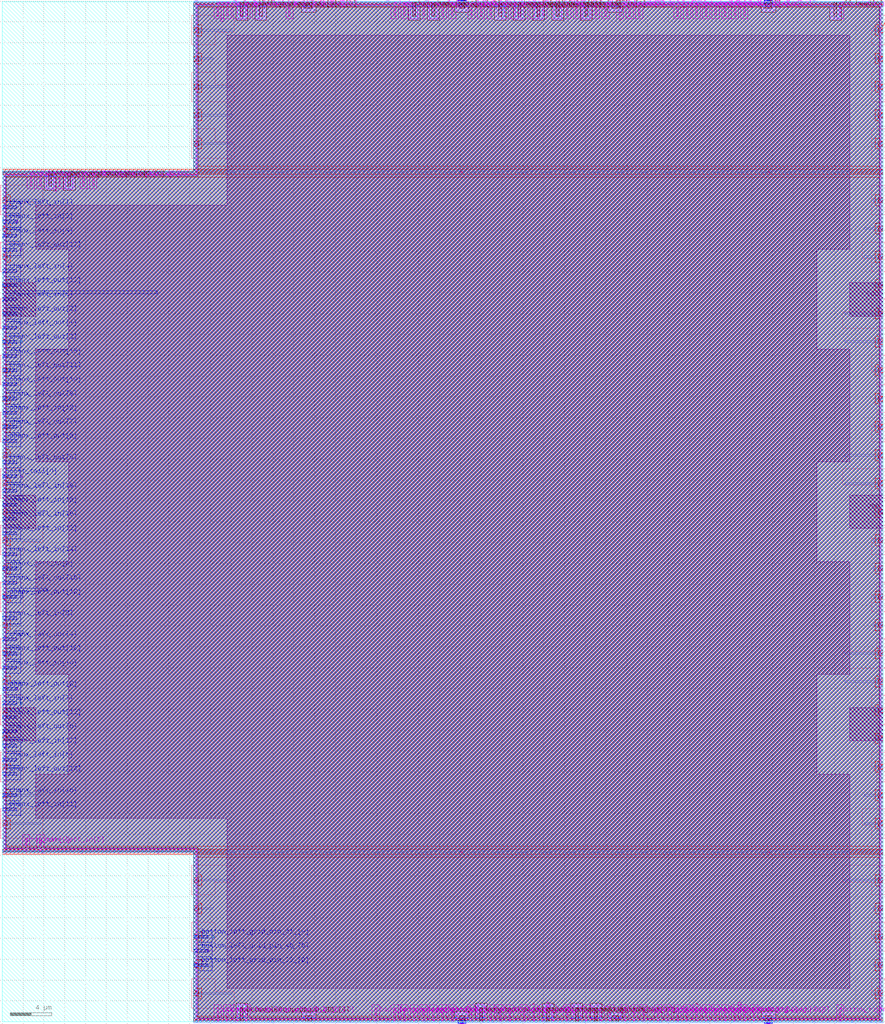
<source format=lef>
VERSION 5.7 ;
BUSBITCHARS "[]" ;

UNITS
  DATABASE MICRONS 1000 ;
END UNITS

MANUFACTURINGGRID 0.005 ;

LAYER nwell
  TYPE MASTERSLICE ;
END nwell

LAYER pwell
  TYPE MASTERSLICE ;
END pwell

LAYER fieldpoly
  TYPE MASTERSLICE ;
END fieldpoly

LAYER li1
  TYPE ROUTING ;
  DIRECTION VERTICAL ;
  PITCH 0.46 ;
  WIDTH 0.17 ;
END li1

LAYER mcon
  TYPE CUT ;
END mcon

LAYER met1
  TYPE ROUTING ;
  DIRECTION HORIZONTAL ;
  PITCH 0.34 ;
  WIDTH 0.14 ;
END met1

LAYER via
  TYPE CUT ;
END via

LAYER met2
  TYPE ROUTING ;
  DIRECTION VERTICAL ;
  PITCH 0.46 ;
  WIDTH 0.14 ;
END met2

LAYER via2
  TYPE CUT ;
END via2

LAYER met3
  TYPE ROUTING ;
  DIRECTION HORIZONTAL ;
  PITCH 0.68 ;
  WIDTH 0.3 ;
END met3

LAYER via3
  TYPE CUT ;
END via3

LAYER met4
  TYPE ROUTING ;
  DIRECTION VERTICAL ;
  PITCH 0.92 ;
  WIDTH 0.3 ;
END met4

LAYER via4
  TYPE CUT ;
END via4

LAYER met5
  TYPE ROUTING ;
  DIRECTION HORIZONTAL ;
  PITCH 3.4 ;
  WIDTH 1.6 ;
END met5

LAYER diff
  TYPE MASTERSLICE ;
END diff

LAYER licon1
  TYPE MASTERSLICE ;
END licon1

LAYER OVERLAP
  TYPE OVERLAP ;
END OVERLAP

VIA L1M1_PR
  LAYER li1 ;
    RECT -0.085 -0.085 0.085 0.085 ;
  LAYER mcon ;
    RECT -0.085 -0.085 0.085 0.085 ;
  LAYER met1 ;
    RECT -0.145 -0.115 0.145 0.115 ;
END L1M1_PR

VIA L1M1_PR_R
  LAYER li1 ;
    RECT -0.085 -0.085 0.085 0.085 ;
  LAYER mcon ;
    RECT -0.085 -0.085 0.085 0.085 ;
  LAYER met1 ;
    RECT -0.115 -0.145 0.115 0.145 ;
END L1M1_PR_R

VIA L1M1_PR_M
  LAYER li1 ;
    RECT -0.085 -0.085 0.085 0.085 ;
  LAYER mcon ;
    RECT -0.085 -0.085 0.085 0.085 ;
  LAYER met1 ;
    RECT -0.115 -0.145 0.115 0.145 ;
END L1M1_PR_M

VIA L1M1_PR_MR
  LAYER li1 ;
    RECT -0.085 -0.085 0.085 0.085 ;
  LAYER mcon ;
    RECT -0.085 -0.085 0.085 0.085 ;
  LAYER met1 ;
    RECT -0.145 -0.115 0.145 0.115 ;
END L1M1_PR_MR

VIA L1M1_PR_C
  LAYER li1 ;
    RECT -0.085 -0.085 0.085 0.085 ;
  LAYER mcon ;
    RECT -0.085 -0.085 0.085 0.085 ;
  LAYER met1 ;
    RECT -0.145 -0.145 0.145 0.145 ;
END L1M1_PR_C

VIA M1M2_PR
  LAYER met1 ;
    RECT -0.16 -0.13 0.16 0.13 ;
  LAYER via ;
    RECT -0.075 -0.075 0.075 0.075 ;
  LAYER met2 ;
    RECT -0.13 -0.16 0.13 0.16 ;
END M1M2_PR

VIA M1M2_PR_Enc
  LAYER met1 ;
    RECT -0.16 -0.13 0.16 0.13 ;
  LAYER via ;
    RECT -0.075 -0.075 0.075 0.075 ;
  LAYER met2 ;
    RECT -0.16 -0.13 0.16 0.13 ;
END M1M2_PR_Enc

VIA M1M2_PR_R
  LAYER met1 ;
    RECT -0.13 -0.16 0.13 0.16 ;
  LAYER via ;
    RECT -0.075 -0.075 0.075 0.075 ;
  LAYER met2 ;
    RECT -0.16 -0.13 0.16 0.13 ;
END M1M2_PR_R

VIA M1M2_PR_R_Enc
  LAYER met1 ;
    RECT -0.13 -0.16 0.13 0.16 ;
  LAYER via ;
    RECT -0.075 -0.075 0.075 0.075 ;
  LAYER met2 ;
    RECT -0.13 -0.16 0.13 0.16 ;
END M1M2_PR_R_Enc

VIA M1M2_PR_M
  LAYER met1 ;
    RECT -0.16 -0.13 0.16 0.13 ;
  LAYER via ;
    RECT -0.075 -0.075 0.075 0.075 ;
  LAYER met2 ;
    RECT -0.16 -0.13 0.16 0.13 ;
END M1M2_PR_M

VIA M1M2_PR_M_Enc
  LAYER met1 ;
    RECT -0.16 -0.13 0.16 0.13 ;
  LAYER via ;
    RECT -0.075 -0.075 0.075 0.075 ;
  LAYER met2 ;
    RECT -0.13 -0.16 0.13 0.16 ;
END M1M2_PR_M_Enc

VIA M1M2_PR_MR
  LAYER met1 ;
    RECT -0.13 -0.16 0.13 0.16 ;
  LAYER via ;
    RECT -0.075 -0.075 0.075 0.075 ;
  LAYER met2 ;
    RECT -0.13 -0.16 0.13 0.16 ;
END M1M2_PR_MR

VIA M1M2_PR_MR_Enc
  LAYER met1 ;
    RECT -0.13 -0.16 0.13 0.16 ;
  LAYER via ;
    RECT -0.075 -0.075 0.075 0.075 ;
  LAYER met2 ;
    RECT -0.16 -0.13 0.16 0.13 ;
END M1M2_PR_MR_Enc

VIA M1M2_PR_C
  LAYER met1 ;
    RECT -0.16 -0.16 0.16 0.16 ;
  LAYER via ;
    RECT -0.075 -0.075 0.075 0.075 ;
  LAYER met2 ;
    RECT -0.16 -0.16 0.16 0.16 ;
END M1M2_PR_C

VIA M2M3_PR
  LAYER met2 ;
    RECT -0.14 -0.185 0.14 0.185 ;
  LAYER via2 ;
    RECT -0.1 -0.1 0.1 0.1 ;
  LAYER met3 ;
    RECT -0.165 -0.165 0.165 0.165 ;
END M2M3_PR

VIA M2M3_PR_R
  LAYER met2 ;
    RECT -0.185 -0.14 0.185 0.14 ;
  LAYER via2 ;
    RECT -0.1 -0.1 0.1 0.1 ;
  LAYER met3 ;
    RECT -0.165 -0.165 0.165 0.165 ;
END M2M3_PR_R

VIA M2M3_PR_M
  LAYER met2 ;
    RECT -0.14 -0.185 0.14 0.185 ;
  LAYER via2 ;
    RECT -0.1 -0.1 0.1 0.1 ;
  LAYER met3 ;
    RECT -0.165 -0.165 0.165 0.165 ;
END M2M3_PR_M

VIA M2M3_PR_MR
  LAYER met2 ;
    RECT -0.185 -0.14 0.185 0.14 ;
  LAYER via2 ;
    RECT -0.1 -0.1 0.1 0.1 ;
  LAYER met3 ;
    RECT -0.165 -0.165 0.165 0.165 ;
END M2M3_PR_MR

VIA M2M3_PR_C
  LAYER met2 ;
    RECT -0.185 -0.185 0.185 0.185 ;
  LAYER via2 ;
    RECT -0.1 -0.1 0.1 0.1 ;
  LAYER met3 ;
    RECT -0.165 -0.165 0.165 0.165 ;
END M2M3_PR_C

VIA M3M4_PR
  LAYER met3 ;
    RECT -0.19 -0.16 0.19 0.16 ;
  LAYER via3 ;
    RECT -0.1 -0.1 0.1 0.1 ;
  LAYER met4 ;
    RECT -0.165 -0.165 0.165 0.165 ;
END M3M4_PR

VIA M3M4_PR_R
  LAYER met3 ;
    RECT -0.16 -0.19 0.16 0.19 ;
  LAYER via3 ;
    RECT -0.1 -0.1 0.1 0.1 ;
  LAYER met4 ;
    RECT -0.165 -0.165 0.165 0.165 ;
END M3M4_PR_R

VIA M3M4_PR_M
  LAYER met3 ;
    RECT -0.19 -0.16 0.19 0.16 ;
  LAYER via3 ;
    RECT -0.1 -0.1 0.1 0.1 ;
  LAYER met4 ;
    RECT -0.165 -0.165 0.165 0.165 ;
END M3M4_PR_M

VIA M3M4_PR_MR
  LAYER met3 ;
    RECT -0.16 -0.19 0.16 0.19 ;
  LAYER via3 ;
    RECT -0.1 -0.1 0.1 0.1 ;
  LAYER met4 ;
    RECT -0.165 -0.165 0.165 0.165 ;
END M3M4_PR_MR

VIA M3M4_PR_C
  LAYER met3 ;
    RECT -0.19 -0.19 0.19 0.19 ;
  LAYER via3 ;
    RECT -0.1 -0.1 0.1 0.1 ;
  LAYER met4 ;
    RECT -0.165 -0.165 0.165 0.165 ;
END M3M4_PR_C

VIA M4M5_PR
  LAYER met4 ;
    RECT -0.59 -0.59 0.59 0.59 ;
  LAYER via4 ;
    RECT -0.4 -0.4 0.4 0.4 ;
  LAYER met5 ;
    RECT -0.71 -0.71 0.71 0.71 ;
END M4M5_PR

VIA M4M5_PR_R
  LAYER met4 ;
    RECT -0.59 -0.59 0.59 0.59 ;
  LAYER via4 ;
    RECT -0.4 -0.4 0.4 0.4 ;
  LAYER met5 ;
    RECT -0.71 -0.71 0.71 0.71 ;
END M4M5_PR_R

VIA M4M5_PR_M
  LAYER met4 ;
    RECT -0.59 -0.59 0.59 0.59 ;
  LAYER via4 ;
    RECT -0.4 -0.4 0.4 0.4 ;
  LAYER met5 ;
    RECT -0.71 -0.71 0.71 0.71 ;
END M4M5_PR_M

VIA M4M5_PR_MR
  LAYER met4 ;
    RECT -0.59 -0.59 0.59 0.59 ;
  LAYER via4 ;
    RECT -0.4 -0.4 0.4 0.4 ;
  LAYER met5 ;
    RECT -0.71 -0.71 0.71 0.71 ;
END M4M5_PR_MR

VIA M4M5_PR_C
  LAYER met4 ;
    RECT -0.59 -0.59 0.59 0.59 ;
  LAYER via4 ;
    RECT -0.4 -0.4 0.4 0.4 ;
  LAYER met5 ;
    RECT -0.71 -0.71 0.71 0.71 ;
END M4M5_PR_C

SITE unit
  CLASS CORE ;
  SYMMETRY Y ;
  SIZE 0.46 BY 2.72 ;
END unit

SITE unithddbl
  CLASS CORE ;
  SIZE 0.46 BY 5.44 ;
END unithddbl

MACRO sb_2__1_
  CLASS BLOCK ;
  ORIGIN 0 0 ;
  SIZE 84.64 BY 97.92 ;
  SYMMETRY X Y ;
  PIN prog_clk[0]
    DIRECTION INPUT ;
    USE CLOCK ;
    PORT
      LAYER met2 ;
        RECT 2.23 16.32 2.37 17.68 ;
    END
  END prog_clk[0]
  PIN chany_top_in[0]
    DIRECTION INPUT ;
    USE SIGNAL ;
    PORT
      LAYER met2 ;
        RECT 65.71 96.56 65.85 97.92 ;
    END
  END chany_top_in[0]
  PIN chany_top_in[1]
    DIRECTION INPUT ;
    USE SIGNAL ;
    PORT
      LAYER met2 ;
        RECT 42.25 96.56 42.39 97.92 ;
    END
  END chany_top_in[1]
  PIN chany_top_in[2]
    DIRECTION INPUT ;
    USE SIGNAL ;
    PORT
      LAYER met4 ;
        RECT 55.97 96.56 56.27 97.92 ;
    END
  END chany_top_in[2]
  PIN chany_top_in[3]
    DIRECTION INPUT ;
    USE SIGNAL ;
    PORT
      LAYER met2 ;
        RECT 51.91 96.56 52.05 97.92 ;
    END
  END chany_top_in[3]
  PIN chany_top_in[4]
    DIRECTION INPUT ;
    USE SIGNAL ;
    PORT
      LAYER met4 ;
        RECT 49.53 96.56 49.83 97.92 ;
    END
  END chany_top_in[4]
  PIN chany_top_in[5]
    DIRECTION INPUT ;
    USE SIGNAL ;
    PORT
      LAYER met2 ;
        RECT 50.07 96.56 50.21 97.92 ;
    END
  END chany_top_in[5]
  PIN chany_top_in[6]
    DIRECTION INPUT ;
    USE SIGNAL ;
    PORT
      LAYER met2 ;
        RECT 55.13 96.56 55.27 97.92 ;
    END
  END chany_top_in[6]
  PIN chany_top_in[7]
    DIRECTION INPUT ;
    USE SIGNAL ;
    PORT
      LAYER met2 ;
        RECT 59.27 96.56 59.41 97.92 ;
    END
  END chany_top_in[7]
  PIN chany_top_in[8]
    DIRECTION INPUT ;
    USE SIGNAL ;
    PORT
      LAYER met2 ;
        RECT 56.05 96.56 56.19 97.92 ;
    END
  END chany_top_in[8]
  PIN chany_top_in[9]
    DIRECTION INPUT ;
    USE SIGNAL ;
    PORT
      LAYER met2 ;
        RECT 57.89 96.56 58.03 97.92 ;
    END
  END chany_top_in[9]
  PIN chany_top_in[10]
    DIRECTION INPUT ;
    USE SIGNAL ;
    PORT
      LAYER met4 ;
        RECT 53.21 96.56 53.51 97.92 ;
    END
  END chany_top_in[10]
  PIN chany_top_in[11]
    DIRECTION INPUT ;
    USE SIGNAL ;
    PORT
      LAYER met2 ;
        RECT 49.15 96.56 49.29 97.92 ;
    END
  END chany_top_in[11]
  PIN chany_top_in[12]
    DIRECTION INPUT ;
    USE SIGNAL ;
    PORT
      LAYER met4 ;
        RECT 47.69 96.56 47.99 97.92 ;
    END
  END chany_top_in[12]
  PIN chany_top_in[13]
    DIRECTION INPUT ;
    USE SIGNAL ;
    PORT
      LAYER met2 ;
        RECT 45.01 96.56 45.15 97.92 ;
    END
  END chany_top_in[13]
  PIN chany_top_in[14]
    DIRECTION INPUT ;
    USE SIGNAL ;
    PORT
      LAYER met2 ;
        RECT 54.21 96.56 54.35 97.92 ;
    END
  END chany_top_in[14]
  PIN chany_top_in[15]
    DIRECTION INPUT ;
    USE SIGNAL ;
    PORT
      LAYER met2 ;
        RECT 50.99 96.56 51.13 97.92 ;
    END
  END chany_top_in[15]
  PIN chany_top_in[16]
    DIRECTION INPUT ;
    USE SIGNAL ;
    PORT
      LAYER met4 ;
        RECT 51.37 96.56 51.67 97.92 ;
    END
  END chany_top_in[16]
  PIN chany_top_in[17]
    DIRECTION INPUT ;
    USE SIGNAL ;
    PORT
      LAYER met2 ;
        RECT 41.33 96.56 41.47 97.92 ;
    END
  END chany_top_in[17]
  PIN chany_top_in[18]
    DIRECTION INPUT ;
    USE SIGNAL ;
    PORT
      LAYER met4 ;
        RECT 39.41 96.56 39.71 97.92 ;
    END
  END chany_top_in[18]
  PIN chany_top_in[19]
    DIRECTION INPUT ;
    USE SIGNAL ;
    PORT
      LAYER met2 ;
        RECT 39.49 96.56 39.63 97.92 ;
    END
  END chany_top_in[19]
  PIN top_left_grid_pin_34_[0]
    DIRECTION INPUT ;
    USE SIGNAL ;
    PORT
      LAYER met2 ;
        RECT 21.55 96.56 21.69 97.92 ;
    END
  END top_left_grid_pin_34_[0]
  PIN top_left_grid_pin_35_[0]
    DIRECTION INPUT ;
    USE SIGNAL ;
    PORT
      LAYER met2 ;
        RECT 24.31 96.56 24.45 97.92 ;
    END
  END top_left_grid_pin_35_[0]
  PIN top_left_grid_pin_36_[0]
    DIRECTION INPUT ;
    USE SIGNAL ;
    PORT
      LAYER met4 ;
        RECT 22.85 96.56 23.15 97.92 ;
    END
  END top_left_grid_pin_36_[0]
  PIN top_left_grid_pin_37_[0]
    DIRECTION INPUT ;
    USE SIGNAL ;
    PORT
      LAYER met2 ;
        RECT 2.69 80.24 2.83 81.6 ;
    END
  END top_left_grid_pin_37_[0]
  PIN top_left_grid_pin_38_[0]
    DIRECTION INPUT ;
    USE SIGNAL ;
    PORT
      LAYER met2 ;
        RECT 20.63 96.56 20.77 97.92 ;
    END
  END top_left_grid_pin_38_[0]
  PIN top_left_grid_pin_39_[0]
    DIRECTION INPUT ;
    USE SIGNAL ;
    PORT
      LAYER met2 ;
        RECT 23.39 96.56 23.53 97.92 ;
    END
  END top_left_grid_pin_39_[0]
  PIN top_left_grid_pin_40_[0]
    DIRECTION INPUT ;
    USE SIGNAL ;
    PORT
      LAYER met2 ;
        RECT 22.47 96.56 22.61 97.92 ;
    END
  END top_left_grid_pin_40_[0]
  PIN top_left_grid_pin_41_[0]
    DIRECTION INPUT ;
    USE SIGNAL ;
    PORT
      LAYER met2 ;
        RECT 7.75 80.24 7.89 81.6 ;
    END
  END top_left_grid_pin_41_[0]
  PIN top_right_grid_pin_1_[0]
    DIRECTION INPUT ;
    USE SIGNAL ;
    PORT
      LAYER met2 ;
        RECT 80.43 96.56 80.57 97.92 ;
    END
  END top_right_grid_pin_1_[0]
  PIN chany_bottom_in[0]
    DIRECTION INPUT ;
    USE SIGNAL ;
    PORT
      LAYER met4 ;
        RECT 55.05 0 55.35 1.36 ;
    END
  END chany_bottom_in[0]
  PIN chany_bottom_in[1]
    DIRECTION INPUT ;
    USE SIGNAL ;
    PORT
      LAYER met2 ;
        RECT 39.49 0 39.63 1.36 ;
    END
  END chany_bottom_in[1]
  PIN chany_bottom_in[2]
    DIRECTION INPUT ;
    USE SIGNAL ;
    PORT
      LAYER met2 ;
        RECT 68.47 0 68.61 1.36 ;
    END
  END chany_bottom_in[2]
  PIN chany_bottom_in[3]
    DIRECTION INPUT ;
    USE SIGNAL ;
    PORT
      LAYER met2 ;
        RECT 59.73 0 59.87 1.36 ;
    END
  END chany_bottom_in[3]
  PIN chany_bottom_in[4]
    DIRECTION INPUT ;
    USE SIGNAL ;
    PORT
      LAYER met2 ;
        RECT 69.39 0 69.53 1.36 ;
    END
  END chany_bottom_in[4]
  PIN chany_bottom_in[5]
    DIRECTION INPUT ;
    USE SIGNAL ;
    PORT
      LAYER met2 ;
        RECT 50.07 0 50.21 1.36 ;
    END
  END chany_bottom_in[5]
  PIN chany_bottom_in[6]
    DIRECTION INPUT ;
    USE SIGNAL ;
    PORT
      LAYER met2 ;
        RECT 70.31 0 70.45 1.36 ;
    END
  END chany_bottom_in[6]
  PIN chany_bottom_in[7]
    DIRECTION INPUT ;
    USE SIGNAL ;
    PORT
      LAYER met2 ;
        RECT 60.65 0 60.79 1.36 ;
    END
  END chany_bottom_in[7]
  PIN chany_bottom_in[8]
    DIRECTION INPUT ;
    USE SIGNAL ;
    PORT
      LAYER met2 ;
        RECT 67.55 0 67.69 1.36 ;
    END
  END chany_bottom_in[8]
  PIN chany_bottom_in[9]
    DIRECTION INPUT ;
    USE SIGNAL ;
    PORT
      LAYER met2 ;
        RECT 61.57 0 61.71 1.36 ;
    END
  END chany_bottom_in[9]
  PIN chany_bottom_in[10]
    DIRECTION INPUT ;
    USE SIGNAL ;
    PORT
      LAYER met4 ;
        RECT 45.85 0 46.15 1.36 ;
    END
  END chany_bottom_in[10]
  PIN chany_bottom_in[11]
    DIRECTION INPUT ;
    USE SIGNAL ;
    PORT
      LAYER met2 ;
        RECT 58.35 0 58.49 1.36 ;
    END
  END chany_bottom_in[11]
  PIN chany_bottom_in[12]
    DIRECTION INPUT ;
    USE SIGNAL ;
    PORT
      LAYER met2 ;
        RECT 37.65 0 37.79 1.36 ;
    END
  END chany_bottom_in[12]
  PIN chany_bottom_in[13]
    DIRECTION INPUT ;
    USE SIGNAL ;
    PORT
      LAYER met2 ;
        RECT 40.41 0 40.55 1.36 ;
    END
  END chany_bottom_in[13]
  PIN chany_bottom_in[14]
    DIRECTION INPUT ;
    USE SIGNAL ;
    PORT
      LAYER met4 ;
        RECT 52.29 0 52.59 1.36 ;
    END
  END chany_bottom_in[14]
  PIN chany_bottom_in[15]
    DIRECTION INPUT ;
    USE SIGNAL ;
    PORT
      LAYER met2 ;
        RECT 48.69 0 48.83 1.36 ;
    END
  END chany_bottom_in[15]
  PIN chany_bottom_in[16]
    DIRECTION INPUT ;
    USE SIGNAL ;
    PORT
      LAYER met2 ;
        RECT 38.57 0 38.71 1.36 ;
    END
  END chany_bottom_in[16]
  PIN chany_bottom_in[17]
    DIRECTION INPUT ;
    USE SIGNAL ;
    PORT
      LAYER met2 ;
        RECT 41.33 0 41.47 1.36 ;
    END
  END chany_bottom_in[17]
  PIN chany_bottom_in[18]
    DIRECTION INPUT ;
    USE SIGNAL ;
    PORT
      LAYER met2 ;
        RECT 45.01 0 45.15 1.36 ;
    END
  END chany_bottom_in[18]
  PIN chany_bottom_in[19]
    DIRECTION INPUT ;
    USE SIGNAL ;
    PORT
      LAYER met2 ;
        RECT 72.15 0 72.29 1.36 ;
    END
  END chany_bottom_in[19]
  PIN bottom_right_grid_pin_1_[0]
    DIRECTION INPUT ;
    USE SIGNAL ;
    PORT
      LAYER met2 ;
        RECT 80.43 0 80.57 1.36 ;
    END
  END bottom_right_grid_pin_1_[0]
  PIN bottom_left_grid_pin_34_[0]
    DIRECTION INPUT ;
    USE SIGNAL ;
    PORT
      LAYER met2 ;
        RECT 20.63 0 20.77 1.36 ;
    END
  END bottom_left_grid_pin_34_[0]
  PIN bottom_left_grid_pin_35_[0]
    DIRECTION INPUT ;
    USE SIGNAL ;
    PORT
      LAYER met4 ;
        RECT 22.85 0 23.15 1.36 ;
    END
  END bottom_left_grid_pin_35_[0]
  PIN bottom_left_grid_pin_36_[0]
    DIRECTION INPUT ;
    USE SIGNAL ;
    PORT
      LAYER met2 ;
        RECT 23.39 0 23.53 1.36 ;
    END
  END bottom_left_grid_pin_36_[0]
  PIN bottom_left_grid_pin_37_[0]
    DIRECTION INPUT ;
    USE SIGNAL ;
    PORT
      LAYER met2 ;
        RECT 21.55 0 21.69 1.36 ;
    END
  END bottom_left_grid_pin_37_[0]
  PIN bottom_left_grid_pin_38_[0]
    DIRECTION INPUT ;
    USE SIGNAL ;
    PORT
      LAYER met2 ;
        RECT 22.47 0 22.61 1.36 ;
    END
  END bottom_left_grid_pin_38_[0]
  PIN bottom_left_grid_pin_39_[0]
    DIRECTION INPUT ;
    USE SIGNAL ;
    PORT
      LAYER met3 ;
        RECT 18.4 5.29 19.78 5.59 ;
    END
  END bottom_left_grid_pin_39_[0]
  PIN bottom_left_grid_pin_40_[0]
    DIRECTION INPUT ;
    USE SIGNAL ;
    PORT
      LAYER met3 ;
        RECT 18.4 6.65 19.78 6.95 ;
    END
  END bottom_left_grid_pin_40_[0]
  PIN bottom_left_grid_pin_41_[0]
    DIRECTION INPUT ;
    USE SIGNAL ;
    PORT
      LAYER met3 ;
        RECT 18.4 8.01 19.78 8.31 ;
    END
  END bottom_left_grid_pin_41_[0]
  PIN chanx_left_in[0]
    DIRECTION INPUT ;
    USE SIGNAL ;
    PORT
      LAYER met3 ;
        RECT 0 69.21 1.38 69.51 ;
    END
  END chanx_left_in[0]
  PIN chanx_left_in[1]
    DIRECTION INPUT ;
    USE SIGNAL ;
    PORT
      LAYER met3 ;
        RECT 0 78.05 1.38 78.35 ;
    END
  END chanx_left_in[1]
  PIN chanx_left_in[2]
    DIRECTION INPUT ;
    USE SIGNAL ;
    PORT
      LAYER met3 ;
        RECT 0 43.37 1.38 43.67 ;
    END
  END chanx_left_in[2]
  PIN chanx_left_in[3]
    DIRECTION INPUT ;
    USE SIGNAL ;
    PORT
      LAYER met3 ;
        RECT 0 75.33 1.38 75.63 ;
    END
  END chanx_left_in[3]
  PIN chanx_left_in[4]
    DIRECTION INPUT ;
    USE SIGNAL ;
    PORT
      LAYER met3 ;
        RECT 0 71.93 1.38 72.23 ;
    END
  END chanx_left_in[4]
  PIN chanx_left_in[5]
    DIRECTION INPUT ;
    USE SIGNAL ;
    PORT
      LAYER met2 ;
        RECT 3.61 16.32 3.75 17.68 ;
    END
  END chanx_left_in[5]
  PIN chanx_left_in[6]
    DIRECTION INPUT ;
    USE SIGNAL ;
    PORT
      LAYER met3 ;
        RECT 0 25.01 1.38 25.31 ;
    END
  END chanx_left_in[6]
  PIN chanx_left_in[7]
    DIRECTION INPUT ;
    USE SIGNAL ;
    PORT
      LAYER met3 ;
        RECT 0 30.45 1.38 30.75 ;
    END
  END chanx_left_in[7]
  PIN chanx_left_in[8]
    DIRECTION INPUT ;
    USE SIGNAL ;
    PORT
      LAYER met3 ;
        RECT 0 38.61 1.38 38.91 ;
    END
  END chanx_left_in[8]
  PIN chanx_left_in[9]
    DIRECTION INPUT ;
    USE SIGNAL ;
    PORT
      LAYER met3 ;
        RECT 0 76.69 1.38 76.99 ;
    END
  END chanx_left_in[9]
  PIN chanx_left_in[10]
    DIRECTION INPUT ;
    USE SIGNAL ;
    PORT
      LAYER met3 ;
        RECT 0 33.85 1.38 34.15 ;
    END
  END chanx_left_in[10]
  PIN chanx_left_in[11]
    DIRECTION INPUT ;
    USE SIGNAL ;
    PORT
      LAYER met3 ;
        RECT 0 20.25 1.38 20.55 ;
    END
  END chanx_left_in[11]
  PIN chanx_left_in[12]
    DIRECTION INPUT ;
    USE SIGNAL ;
    PORT
      LAYER met3 ;
        RECT 0 46.77 1.38 47.07 ;
    END
  END chanx_left_in[12]
  PIN chanx_left_in[13]
    DIRECTION INPUT ;
    USE SIGNAL ;
    PORT
      LAYER met3 ;
        RECT 0 58.33 1.38 58.63 ;
    END
  END chanx_left_in[13]
  PIN chanx_left_in[14]
    DIRECTION INPUT ;
    USE SIGNAL ;
    PORT
      LAYER met3 ;
        RECT 0 44.73 1.38 45.03 ;
    END
  END chanx_left_in[14]
  PIN chanx_left_in[15]
    DIRECTION INPUT ;
    USE SIGNAL ;
    PORT
      LAYER met3 ;
        RECT 0 49.49 1.38 49.79 ;
    END
  END chanx_left_in[15]
  PIN chanx_left_in[16]
    DIRECTION INPUT ;
    USE SIGNAL ;
    PORT
      LAYER met3 ;
        RECT 0 21.61 1.38 21.91 ;
    END
  END chanx_left_in[16]
  PIN chanx_left_in[17]
    DIRECTION INPUT ;
    USE SIGNAL ;
    PORT
      LAYER met3 ;
        RECT 0 26.37 1.38 26.67 ;
    END
  END chanx_left_in[17]
  PIN chanx_left_in[18]
    DIRECTION INPUT ;
    USE SIGNAL ;
    PORT
      LAYER met3 ;
        RECT 0 48.13 1.38 48.43 ;
    END
  END chanx_left_in[18]
  PIN chanx_left_in[19]
    DIRECTION INPUT ;
    USE SIGNAL ;
    PORT
      LAYER met3 ;
        RECT 0 50.85 1.38 51.15 ;
    END
  END chanx_left_in[19]
  PIN left_top_grid_pin_42_[0]
    DIRECTION INPUT ;
    USE SIGNAL ;
    PORT
      LAYER met4 ;
        RECT 24.69 96.56 24.99 97.92 ;
    END
  END left_top_grid_pin_42_[0]
  PIN left_top_grid_pin_43_[0]
    DIRECTION INPUT ;
    USE SIGNAL ;
    PORT
      LAYER met2 ;
        RECT 5.45 80.24 5.59 81.6 ;
    END
  END left_top_grid_pin_43_[0]
  PIN left_top_grid_pin_44_[0]
    DIRECTION INPUT ;
    USE SIGNAL ;
    PORT
      LAYER met4 ;
        RECT 4.45 80.24 4.75 81.6 ;
    END
  END left_top_grid_pin_44_[0]
  PIN left_top_grid_pin_45_[0]
    DIRECTION INPUT ;
    USE SIGNAL ;
    PORT
      LAYER met4 ;
        RECT 6.29 80.24 6.59 81.6 ;
    END
  END left_top_grid_pin_45_[0]
  PIN left_top_grid_pin_46_[0]
    DIRECTION INPUT ;
    USE SIGNAL ;
    PORT
      LAYER met2 ;
        RECT 3.61 80.24 3.75 81.6 ;
    END
  END left_top_grid_pin_46_[0]
  PIN left_top_grid_pin_47_[0]
    DIRECTION INPUT ;
    USE SIGNAL ;
    PORT
      LAYER met2 ;
        RECT 6.37 80.24 6.51 81.6 ;
    END
  END left_top_grid_pin_47_[0]
  PIN left_top_grid_pin_48_[0]
    DIRECTION INPUT ;
    USE SIGNAL ;
    PORT
      LAYER met2 ;
        RECT 8.67 80.24 8.81 81.6 ;
    END
  END left_top_grid_pin_48_[0]
  PIN left_top_grid_pin_49_[0]
    DIRECTION INPUT ;
    USE SIGNAL ;
    PORT
      LAYER met2 ;
        RECT 4.53 80.24 4.67 81.6 ;
    END
  END left_top_grid_pin_49_[0]
  PIN ccff_head[0]
    DIRECTION INPUT ;
    USE SIGNAL ;
    PORT
      LAYER met4 ;
        RECT 79.89 96.56 80.19 97.92 ;
    END
  END ccff_head[0]
  PIN chany_top_out[0]
    DIRECTION OUTPUT ;
    USE SIGNAL ;
    PORT
      LAYER met2 ;
        RECT 66.63 96.56 66.77 97.92 ;
    END
  END chany_top_out[0]
  PIN chany_top_out[1]
    DIRECTION OUTPUT ;
    USE SIGNAL ;
    PORT
      LAYER met2 ;
        RECT 40.41 96.56 40.55 97.92 ;
    END
  END chany_top_out[1]
  PIN chany_top_out[2]
    DIRECTION OUTPUT ;
    USE SIGNAL ;
    PORT
      LAYER met2 ;
        RECT 64.79 96.56 64.93 97.92 ;
    END
  END chany_top_out[2]
  PIN chany_top_out[3]
    DIRECTION OUTPUT ;
    USE SIGNAL ;
    PORT
      LAYER met2 ;
        RECT 38.57 96.56 38.71 97.92 ;
    END
  END chany_top_out[3]
  PIN chany_top_out[4]
    DIRECTION OUTPUT ;
    USE SIGNAL ;
    PORT
      LAYER met2 ;
        RECT 69.39 96.56 69.53 97.92 ;
    END
  END chany_top_out[4]
  PIN chany_top_out[5]
    DIRECTION OUTPUT ;
    USE SIGNAL ;
    PORT
      LAYER met2 ;
        RECT 56.97 96.56 57.11 97.92 ;
    END
  END chany_top_out[5]
  PIN chany_top_out[6]
    DIRECTION OUTPUT ;
    USE SIGNAL ;
    PORT
      LAYER met2 ;
        RECT 68.47 96.56 68.61 97.92 ;
    END
  END chany_top_out[6]
  PIN chany_top_out[7]
    DIRECTION OUTPUT ;
    USE SIGNAL ;
    PORT
      LAYER met2 ;
        RECT 53.29 96.56 53.43 97.92 ;
    END
  END chany_top_out[7]
  PIN chany_top_out[8]
    DIRECTION OUTPUT ;
    USE SIGNAL ;
    PORT
      LAYER met2 ;
        RECT 67.55 96.56 67.69 97.92 ;
    END
  END chany_top_out[8]
  PIN chany_top_out[9]
    DIRECTION OUTPUT ;
    USE SIGNAL ;
    PORT
      LAYER met2 ;
        RECT 43.17 96.56 43.31 97.92 ;
    END
  END chany_top_out[9]
  PIN chany_top_out[10]
    DIRECTION OUTPUT ;
    USE SIGNAL ;
    PORT
      LAYER met2 ;
        RECT 70.31 96.56 70.45 97.92 ;
    END
  END chany_top_out[10]
  PIN chany_top_out[11]
    DIRECTION OUTPUT ;
    USE SIGNAL ;
    PORT
      LAYER met2 ;
        RECT 48.23 96.56 48.37 97.92 ;
    END
  END chany_top_out[11]
  PIN chany_top_out[12]
    DIRECTION OUTPUT ;
    USE SIGNAL ;
    PORT
      LAYER met2 ;
        RECT 71.23 96.56 71.37 97.92 ;
    END
  END chany_top_out[12]
  PIN chany_top_out[13]
    DIRECTION OUTPUT ;
    USE SIGNAL ;
    PORT
      LAYER met2 ;
        RECT 27.53 96.56 27.67 97.92 ;
    END
  END chany_top_out[13]
  PIN chany_top_out[14]
    DIRECTION OUTPUT ;
    USE SIGNAL ;
    PORT
      LAYER met2 ;
        RECT 60.19 96.56 60.33 97.92 ;
    END
  END chany_top_out[14]
  PIN chany_top_out[15]
    DIRECTION OUTPUT ;
    USE SIGNAL ;
    PORT
      LAYER met2 ;
        RECT 45.93 96.56 46.07 97.92 ;
    END
  END chany_top_out[15]
  PIN chany_top_out[16]
    DIRECTION OUTPUT ;
    USE SIGNAL ;
    PORT
      LAYER met2 ;
        RECT 61.11 96.56 61.25 97.92 ;
    END
  END chany_top_out[16]
  PIN chany_top_out[17]
    DIRECTION OUTPUT ;
    USE SIGNAL ;
    PORT
      LAYER met4 ;
        RECT 41.25 96.56 41.55 97.92 ;
    END
  END chany_top_out[17]
  PIN chany_top_out[18]
    DIRECTION OUTPUT ;
    USE SIGNAL ;
    PORT
      LAYER met2 ;
        RECT 37.65 96.56 37.79 97.92 ;
    END
  END chany_top_out[18]
  PIN chany_top_out[19]
    DIRECTION OUTPUT ;
    USE SIGNAL ;
    PORT
      LAYER met2 ;
        RECT 46.85 96.56 46.99 97.92 ;
    END
  END chany_top_out[19]
  PIN chany_bottom_out[0]
    DIRECTION OUTPUT ;
    USE SIGNAL ;
    PORT
      LAYER met2 ;
        RECT 56.05 0 56.19 1.36 ;
    END
  END chany_bottom_out[0]
  PIN chany_bottom_out[1]
    DIRECTION OUTPUT ;
    USE SIGNAL ;
    PORT
      LAYER met2 ;
        RECT 43.17 0 43.31 1.36 ;
    END
  END chany_bottom_out[1]
  PIN chany_bottom_out[2]
    DIRECTION OUTPUT ;
    USE SIGNAL ;
    PORT
      LAYER met2 ;
        RECT 57.43 0 57.57 1.36 ;
    END
  END chany_bottom_out[2]
  PIN chany_bottom_out[3]
    DIRECTION OUTPUT ;
    USE SIGNAL ;
    PORT
      LAYER met2 ;
        RECT 45.93 0 46.07 1.36 ;
    END
  END chany_bottom_out[3]
  PIN chany_bottom_out[4]
    DIRECTION OUTPUT ;
    USE SIGNAL ;
    PORT
      LAYER met2 ;
        RECT 66.63 0 66.77 1.36 ;
    END
  END chany_bottom_out[4]
  PIN chany_bottom_out[5]
    DIRECTION OUTPUT ;
    USE SIGNAL ;
    PORT
      LAYER met2 ;
        RECT 50.99 0 51.13 1.36 ;
    END
  END chany_bottom_out[5]
  PIN chany_bottom_out[6]
    DIRECTION OUTPUT ;
    USE SIGNAL ;
    PORT
      LAYER met2 ;
        RECT 62.95 0 63.09 1.36 ;
    END
  END chany_bottom_out[6]
  PIN chany_bottom_out[7]
    DIRECTION OUTPUT ;
    USE SIGNAL ;
    PORT
      LAYER met2 ;
        RECT 52.83 0 52.97 1.36 ;
    END
  END chany_bottom_out[7]
  PIN chany_bottom_out[8]
    DIRECTION OUTPUT ;
    USE SIGNAL ;
    PORT
      LAYER met2 ;
        RECT 65.71 0 65.85 1.36 ;
    END
  END chany_bottom_out[8]
  PIN chany_bottom_out[9]
    DIRECTION OUTPUT ;
    USE SIGNAL ;
    PORT
      LAYER met2 ;
        RECT 47.77 0 47.91 1.36 ;
    END
  END chany_bottom_out[9]
  PIN chany_bottom_out[10]
    DIRECTION OUTPUT ;
    USE SIGNAL ;
    PORT
      LAYER met2 ;
        RECT 63.87 0 64.01 1.36 ;
    END
  END chany_bottom_out[10]
  PIN chany_bottom_out[11]
    DIRECTION OUTPUT ;
    USE SIGNAL ;
    PORT
      LAYER met2 ;
        RECT 46.85 0 46.99 1.36 ;
    END
  END chany_bottom_out[11]
  PIN chany_bottom_out[12]
    DIRECTION OUTPUT ;
    USE SIGNAL ;
    PORT
      LAYER met4 ;
        RECT 56.89 0 57.19 1.36 ;
    END
  END chany_bottom_out[12]
  PIN chany_bottom_out[13]
    DIRECTION OUTPUT ;
    USE SIGNAL ;
    PORT
      LAYER met2 ;
        RECT 35.81 0 35.95 1.36 ;
    END
  END chany_bottom_out[13]
  PIN chany_bottom_out[14]
    DIRECTION OUTPUT ;
    USE SIGNAL ;
    PORT
      LAYER met2 ;
        RECT 64.79 0 64.93 1.36 ;
    END
  END chany_bottom_out[14]
  PIN chany_bottom_out[15]
    DIRECTION OUTPUT ;
    USE SIGNAL ;
    PORT
      LAYER met2 ;
        RECT 54.21 0 54.35 1.36 ;
    END
  END chany_bottom_out[15]
  PIN chany_bottom_out[16]
    DIRECTION OUTPUT ;
    USE SIGNAL ;
    PORT
      LAYER met2 ;
        RECT 71.23 0 71.37 1.36 ;
    END
  END chany_bottom_out[16]
  PIN chany_bottom_out[17]
    DIRECTION OUTPUT ;
    USE SIGNAL ;
    PORT
      LAYER met2 ;
        RECT 55.13 0 55.27 1.36 ;
    END
  END chany_bottom_out[17]
  PIN chany_bottom_out[18]
    DIRECTION OUTPUT ;
    USE SIGNAL ;
    PORT
      LAYER met2 ;
        RECT 51.91 0 52.05 1.36 ;
    END
  END chany_bottom_out[18]
  PIN chany_bottom_out[19]
    DIRECTION OUTPUT ;
    USE SIGNAL ;
    PORT
      LAYER met2 ;
        RECT 42.25 0 42.39 1.36 ;
    END
  END chany_bottom_out[19]
  PIN chanx_left_out[0]
    DIRECTION OUTPUT ;
    USE SIGNAL ;
    PORT
      LAYER met3 ;
        RECT 0 53.57 1.38 53.87 ;
    END
  END chanx_left_out[0]
  PIN chanx_left_out[1]
    DIRECTION OUTPUT ;
    USE SIGNAL ;
    PORT
      LAYER met3 ;
        RECT 0 66.49 1.38 66.79 ;
    END
  END chanx_left_out[1]
  PIN chanx_left_out[2]
    DIRECTION OUTPUT ;
    USE SIGNAL ;
    PORT
      LAYER met3 ;
        RECT 0 67.85 1.38 68.15 ;
    END
  END chanx_left_out[2]
  PIN chanx_left_out[3]
    DIRECTION OUTPUT ;
    USE SIGNAL ;
    PORT
      LAYER met3 ;
        RECT 0 65.13 1.38 65.43 ;
    END
  END chanx_left_out[3]
  PIN chanx_left_out[4]
    DIRECTION OUTPUT ;
    USE SIGNAL ;
    PORT
      LAYER met3 ;
        RECT 0 36.57 1.38 36.87 ;
    END
  END chanx_left_out[4]
  PIN chanx_left_out[5]
    DIRECTION OUTPUT ;
    USE SIGNAL ;
    PORT
      LAYER met3 ;
        RECT 0 55.61 1.38 55.91 ;
    END
  END chanx_left_out[5]
  PIN chanx_left_out[6]
    DIRECTION OUTPUT ;
    USE SIGNAL ;
    PORT
      LAYER met3 ;
        RECT 0 27.73 1.38 28.03 ;
    END
  END chanx_left_out[6]
  PIN chanx_left_out[7]
    DIRECTION OUTPUT ;
    USE SIGNAL ;
    PORT
      LAYER met3 ;
        RECT 0 56.97 1.38 57.27 ;
    END
  END chanx_left_out[7]
  PIN chanx_left_out[8]
    DIRECTION OUTPUT ;
    USE SIGNAL ;
    PORT
      LAYER met3 ;
        RECT 0 31.81 1.38 32.11 ;
    END
  END chanx_left_out[8]
  PIN chanx_left_out[9]
    DIRECTION OUTPUT ;
    USE SIGNAL ;
    PORT
      LAYER met3 ;
        RECT 0 59.69 1.38 59.99 ;
    END
  END chanx_left_out[9]
  PIN chanx_left_out[10]
    DIRECTION OUTPUT ;
    USE SIGNAL ;
    PORT
      LAYER met3 ;
        RECT 0 42.01 1.38 42.31 ;
    END
  END chanx_left_out[10]
  PIN chanx_left_out[11]
    DIRECTION OUTPUT ;
    USE SIGNAL ;
    PORT
      LAYER met3 ;
        RECT 0 62.41 1.38 62.71 ;
    END
  END chanx_left_out[11]
  PIN chanx_left_out[12]
    DIRECTION OUTPUT ;
    USE SIGNAL ;
    PORT
      LAYER met3 ;
        RECT 0 29.09 1.38 29.39 ;
    END
  END chanx_left_out[12]
  PIN chanx_left_out[13]
    DIRECTION OUTPUT ;
    USE SIGNAL ;
    PORT
      LAYER met3 ;
        RECT 0 70.57 1.38 70.87 ;
    END
  END chanx_left_out[13]
  PIN chanx_left_out[14]
    DIRECTION OUTPUT ;
    USE SIGNAL ;
    PORT
      LAYER met3 ;
        RECT 0 23.65 1.38 23.95 ;
    END
  END chanx_left_out[14]
  PIN chanx_left_out[15]
    DIRECTION OUTPUT ;
    USE SIGNAL ;
    PORT
      LAYER met3 ;
        RECT 0 63.77 1.38 64.07 ;
    END
  END chanx_left_out[15]
  PIN chanx_left_out[16]
    DIRECTION OUTPUT ;
    USE SIGNAL ;
    PORT
      LAYER met3 ;
        RECT 0 35.21 1.38 35.51 ;
    END
  END chanx_left_out[16]
  PIN chanx_left_out[17]
    DIRECTION OUTPUT ;
    USE SIGNAL ;
    PORT
      LAYER met3 ;
        RECT 0 73.97 1.38 74.27 ;
    END
  END chanx_left_out[17]
  PIN chanx_left_out[18]
    DIRECTION OUTPUT ;
    USE SIGNAL ;
    PORT
      LAYER met3 ;
        RECT 0 40.65 1.38 40.95 ;
    END
  END chanx_left_out[18]
  PIN chanx_left_out[19]
    DIRECTION OUTPUT ;
    USE SIGNAL ;
    PORT
      LAYER met3 ;
        RECT 0 61.05 1.38 61.35 ;
    END
  END chanx_left_out[19]
  PIN ccff_tail[0]
    DIRECTION OUTPUT ;
    USE SIGNAL ;
    PORT
      LAYER met3 ;
        RECT 0 52.21 1.38 52.51 ;
    END
  END ccff_tail[0]
  PIN VDD
    DIRECTION INPUT ;
    USE POWER ;
    PORT
      LAYER met1 ;
        RECT 18.4 2.48 18.88 2.96 ;
        RECT 84.16 2.48 84.64 2.96 ;
        RECT 18.4 7.92 18.88 8.4 ;
        RECT 84.16 7.92 84.64 8.4 ;
        RECT 18.4 13.36 18.88 13.84 ;
        RECT 84.16 13.36 84.64 13.84 ;
        RECT 0 18.8 0.48 19.28 ;
        RECT 84.16 18.8 84.64 19.28 ;
        RECT 0 24.24 0.48 24.72 ;
        RECT 84.16 24.24 84.64 24.72 ;
        RECT 0 29.68 0.48 30.16 ;
        RECT 84.16 29.68 84.64 30.16 ;
        RECT 0 35.12 0.48 35.6 ;
        RECT 84.16 35.12 84.64 35.6 ;
        RECT 0 40.56 0.48 41.04 ;
        RECT 84.16 40.56 84.64 41.04 ;
        RECT 0 46 0.48 46.48 ;
        RECT 84.16 46 84.64 46.48 ;
        RECT 0 51.44 0.48 51.92 ;
        RECT 84.16 51.44 84.64 51.92 ;
        RECT 0 56.88 0.48 57.36 ;
        RECT 84.16 56.88 84.64 57.36 ;
        RECT 0 62.32 0.48 62.8 ;
        RECT 84.16 62.32 84.64 62.8 ;
        RECT 0 67.76 0.48 68.24 ;
        RECT 84.16 67.76 84.64 68.24 ;
        RECT 0 73.2 0.48 73.68 ;
        RECT 84.16 73.2 84.64 73.68 ;
        RECT 0 78.64 0.48 79.12 ;
        RECT 84.16 78.64 84.64 79.12 ;
        RECT 18.4 84.08 18.88 84.56 ;
        RECT 84.16 84.08 84.64 84.56 ;
        RECT 18.4 89.52 18.88 90 ;
        RECT 84.16 89.52 84.64 90 ;
        RECT 18.4 94.96 18.88 95.44 ;
        RECT 84.16 94.96 84.64 95.44 ;
      LAYER met4 ;
        RECT 29.14 0 29.74 0.6 ;
        RECT 58.58 0 59.18 0.6 ;
        RECT 29.14 97.32 29.74 97.92 ;
        RECT 58.58 97.32 59.18 97.92 ;
      LAYER met5 ;
        RECT 0 26.96 3.2 30.16 ;
        RECT 81.44 26.96 84.64 30.16 ;
        RECT 0 67.76 3.2 70.96 ;
        RECT 81.44 67.76 84.64 70.96 ;
    END
  END VDD
  PIN VSS
    DIRECTION INPUT ;
    USE GROUND ;
    PORT
      LAYER met1 ;
        RECT 18.4 0 84.64 0.24 ;
        RECT 18.4 5.2 18.88 5.68 ;
        RECT 84.16 5.2 84.64 5.68 ;
        RECT 18.4 10.64 18.88 11.12 ;
        RECT 84.16 10.64 84.64 11.12 ;
        RECT 0 16.08 84.64 16.56 ;
        RECT 0 21.52 0.48 22 ;
        RECT 84.16 21.52 84.64 22 ;
        RECT 0 26.96 0.48 27.44 ;
        RECT 84.16 26.96 84.64 27.44 ;
        RECT 0 32.4 0.48 32.88 ;
        RECT 84.16 32.4 84.64 32.88 ;
        RECT 0 37.84 0.48 38.32 ;
        RECT 84.16 37.84 84.64 38.32 ;
        RECT 0 43.28 0.48 43.76 ;
        RECT 84.16 43.28 84.64 43.76 ;
        RECT 0 48.72 0.48 49.2 ;
        RECT 84.16 48.72 84.64 49.2 ;
        RECT 0 54.16 0.48 54.64 ;
        RECT 84.16 54.16 84.64 54.64 ;
        RECT 0 59.6 0.48 60.08 ;
        RECT 84.16 59.6 84.64 60.08 ;
        RECT 0 65.04 0.48 65.52 ;
        RECT 84.16 65.04 84.64 65.52 ;
        RECT 0 70.48 0.48 70.96 ;
        RECT 84.16 70.48 84.64 70.96 ;
        RECT 0 75.92 0.48 76.4 ;
        RECT 84.16 75.92 84.64 76.4 ;
        RECT 0 81.36 84.64 81.84 ;
        RECT 18.4 86.8 18.88 87.28 ;
        RECT 84.16 86.8 84.64 87.28 ;
        RECT 18.4 92.24 18.88 92.72 ;
        RECT 84.16 92.24 84.64 92.72 ;
        RECT 18.4 97.68 84.64 97.92 ;
      LAYER met4 ;
        RECT 43.86 0 44.46 0.6 ;
        RECT 73.3 0 73.9 0.6 ;
        RECT 43.86 97.32 44.46 97.92 ;
        RECT 73.3 97.32 73.9 97.92 ;
      LAYER met5 ;
        RECT 0 47.36 3.2 50.56 ;
        RECT 81.44 47.36 84.64 50.56 ;
    END
  END VSS
  OBS
    LAYER li1 ;
      RECT 18.4 97.835 84.64 98.005 ;
      RECT 83.72 95.115 84.64 95.285 ;
      RECT 18.4 95.115 22.08 95.285 ;
      RECT 83.72 92.395 84.64 92.565 ;
      RECT 18.4 92.395 20.24 92.565 ;
      RECT 83.72 89.675 84.64 89.845 ;
      RECT 18.4 89.675 22.08 89.845 ;
      RECT 83.72 86.955 84.64 87.125 ;
      RECT 18.4 86.955 22.08 87.125 ;
      RECT 83.72 84.235 84.64 84.405 ;
      RECT 18.4 84.235 22.08 84.405 ;
      RECT 83.72 81.515 84.64 81.685 ;
      RECT 0 81.515 22.08 81.685 ;
      RECT 83.72 78.795 84.64 78.965 ;
      RECT 0 78.795 3.68 78.965 ;
      RECT 82.8 76.075 84.64 76.245 ;
      RECT 0 76.075 1.84 76.245 ;
      RECT 82.8 73.355 84.64 73.525 ;
      RECT 0 73.355 1.84 73.525 ;
      RECT 83.72 70.635 84.64 70.805 ;
      RECT 0 70.635 1.84 70.805 ;
      RECT 80.96 67.915 84.64 68.085 ;
      RECT 0 67.915 1.84 68.085 ;
      RECT 80.96 65.195 84.64 65.365 ;
      RECT 0 65.195 1.84 65.365 ;
      RECT 83.72 62.475 84.64 62.645 ;
      RECT 0 62.475 1.84 62.645 ;
      RECT 84.18 59.755 84.64 59.925 ;
      RECT 0 59.755 1.84 59.925 ;
      RECT 83.72 57.035 84.64 57.205 ;
      RECT 0 57.035 1.84 57.205 ;
      RECT 80.96 54.315 84.64 54.485 ;
      RECT 0 54.315 1.84 54.485 ;
      RECT 80.96 51.595 84.64 51.765 ;
      RECT 0 51.595 1.84 51.765 ;
      RECT 83.72 48.875 84.64 49.045 ;
      RECT 0 48.875 3.68 49.045 ;
      RECT 83.72 46.155 84.64 46.325 ;
      RECT 0 46.155 3.68 46.325 ;
      RECT 83.72 43.435 84.64 43.605 ;
      RECT 0 43.435 1.84 43.605 ;
      RECT 83.72 40.715 84.64 40.885 ;
      RECT 0 40.715 1.84 40.885 ;
      RECT 83.72 37.995 84.64 38.165 ;
      RECT 0 37.995 1.84 38.165 ;
      RECT 80.96 35.275 84.64 35.445 ;
      RECT 0 35.275 1.84 35.445 ;
      RECT 80.96 32.555 84.64 32.725 ;
      RECT 0 32.555 1.84 32.725 ;
      RECT 83.72 29.835 84.64 30.005 ;
      RECT 0 29.835 1.84 30.005 ;
      RECT 83.72 27.115 84.64 27.285 ;
      RECT 0 27.115 1.84 27.285 ;
      RECT 83.72 24.395 84.64 24.565 ;
      RECT 0 24.395 1.84 24.565 ;
      RECT 82.8 21.675 84.64 21.845 ;
      RECT 0 21.675 3.68 21.845 ;
      RECT 82.8 18.955 84.64 19.125 ;
      RECT 0 18.955 3.68 19.125 ;
      RECT 80.96 16.235 84.64 16.405 ;
      RECT 0 16.235 22.08 16.405 ;
      RECT 80.96 13.515 84.64 13.685 ;
      RECT 18.4 13.515 22.08 13.685 ;
      RECT 83.72 10.795 84.64 10.965 ;
      RECT 18.4 10.795 20.24 10.965 ;
      RECT 83.72 8.075 84.64 8.245 ;
      RECT 18.4 8.075 20.24 8.245 ;
      RECT 83.72 5.355 84.64 5.525 ;
      RECT 18.4 5.355 20.24 5.525 ;
      RECT 83.72 2.635 84.64 2.805 ;
      RECT 18.4 2.635 22.08 2.805 ;
      RECT 18.4 -0.085 84.64 0.085 ;
    LAYER met2 ;
      RECT 73.46 97.735 73.74 98.105 ;
      RECT 44.02 97.735 44.3 98.105 ;
      RECT 21.03 96.06 21.29 96.38 ;
      RECT 4.93 79.74 5.19 80.06 ;
      RECT 70.71 1.54 70.97 1.86 ;
      RECT 52.31 1.54 52.57 1.86 ;
      RECT 73.46 -0.185 73.74 0.185 ;
      RECT 44.02 -0.185 44.3 0.185 ;
      POLYGON 84.36 97.64 84.36 0.28 80.85 0.28 80.85 1.64 80.15 1.64 80.15 0.28 72.57 0.28 72.57 1.64 71.87 1.64 71.87 0.28 71.65 0.28 71.65 1.64 70.95 1.64 70.95 0.28 70.73 0.28 70.73 1.64 70.03 1.64 70.03 0.28 69.81 0.28 69.81 1.64 69.11 1.64 69.11 0.28 68.89 0.28 68.89 1.64 68.19 1.64 68.19 0.28 67.97 0.28 67.97 1.64 67.27 1.64 67.27 0.28 67.05 0.28 67.05 1.64 66.35 1.64 66.35 0.28 66.13 0.28 66.13 1.64 65.43 1.64 65.43 0.28 65.21 0.28 65.21 1.64 64.51 1.64 64.51 0.28 64.29 0.28 64.29 1.64 63.59 1.64 63.59 0.28 63.37 0.28 63.37 1.64 62.67 1.64 62.67 0.28 61.99 0.28 61.99 1.64 61.29 1.64 61.29 0.28 61.07 0.28 61.07 1.64 60.37 1.64 60.37 0.28 60.15 0.28 60.15 1.64 59.45 1.64 59.45 0.28 58.77 0.28 58.77 1.64 58.07 1.64 58.07 0.28 57.85 0.28 57.85 1.64 57.15 1.64 57.15 0.28 56.47 0.28 56.47 1.64 55.77 1.64 55.77 0.28 55.55 0.28 55.55 1.64 54.85 1.64 54.85 0.28 54.63 0.28 54.63 1.64 53.93 1.64 53.93 0.28 53.25 0.28 53.25 1.64 52.55 1.64 52.55 0.28 52.33 0.28 52.33 1.64 51.63 1.64 51.63 0.28 51.41 0.28 51.41 1.64 50.71 1.64 50.71 0.28 50.49 0.28 50.49 1.64 49.79 1.64 49.79 0.28 49.11 0.28 49.11 1.64 48.41 1.64 48.41 0.28 48.19 0.28 48.19 1.64 47.49 1.64 47.49 0.28 47.27 0.28 47.27 1.64 46.57 1.64 46.57 0.28 46.35 0.28 46.35 1.64 45.65 1.64 45.65 0.28 45.43 0.28 45.43 1.64 44.73 1.64 44.73 0.28 43.59 0.28 43.59 1.64 42.89 1.64 42.89 0.28 42.67 0.28 42.67 1.64 41.97 1.64 41.97 0.28 41.75 0.28 41.75 1.64 41.05 1.64 41.05 0.28 40.83 0.28 40.83 1.64 40.13 1.64 40.13 0.28 39.91 0.28 39.91 1.64 39.21 1.64 39.21 0.28 38.99 0.28 38.99 1.64 38.29 1.64 38.29 0.28 38.07 0.28 38.07 1.64 37.37 1.64 37.37 0.28 36.23 0.28 36.23 1.64 35.53 1.64 35.53 0.28 23.81 0.28 23.81 1.64 23.11 1.64 23.11 0.28 22.89 0.28 22.89 1.64 22.19 1.64 22.19 0.28 21.97 0.28 21.97 1.64 21.27 1.64 21.27 0.28 21.05 0.28 21.05 1.64 20.35 1.64 20.35 0.28 18.68 0.28 18.68 16.6 4.03 16.6 4.03 17.96 3.33 17.96 3.33 16.6 2.65 16.6 2.65 17.96 1.95 17.96 1.95 16.6 0.28 16.6 0.28 81.32 2.41 81.32 2.41 79.96 3.11 79.96 3.11 81.32 3.33 81.32 3.33 79.96 4.03 79.96 4.03 81.32 4.25 81.32 4.25 79.96 4.95 79.96 4.95 81.32 5.17 81.32 5.17 79.96 5.87 79.96 5.87 81.32 6.09 81.32 6.09 79.96 6.79 79.96 6.79 81.32 7.47 81.32 7.47 79.96 8.17 79.96 8.17 81.32 8.39 81.32 8.39 79.96 9.09 79.96 9.09 81.32 18.68 81.32 18.68 97.64 20.35 97.64 20.35 96.28 21.05 96.28 21.05 97.64 21.27 97.64 21.27 96.28 21.97 96.28 21.97 97.64 22.19 97.64 22.19 96.28 22.89 96.28 22.89 97.64 23.11 97.64 23.11 96.28 23.81 96.28 23.81 97.64 24.03 97.64 24.03 96.28 24.73 96.28 24.73 97.64 27.25 97.64 27.25 96.28 27.95 96.28 27.95 97.64 37.37 97.64 37.37 96.28 38.07 96.28 38.07 97.64 38.29 97.64 38.29 96.28 38.99 96.28 38.99 97.64 39.21 97.64 39.21 96.28 39.91 96.28 39.91 97.64 40.13 97.64 40.13 96.28 40.83 96.28 40.83 97.64 41.05 97.64 41.05 96.28 41.75 96.28 41.75 97.64 41.97 97.64 41.97 96.28 42.67 96.28 42.67 97.64 42.89 97.64 42.89 96.28 43.59 96.28 43.59 97.64 44.73 97.64 44.73 96.28 45.43 96.28 45.43 97.64 45.65 97.64 45.65 96.28 46.35 96.28 46.35 97.64 46.57 97.64 46.57 96.28 47.27 96.28 47.27 97.64 47.95 97.64 47.95 96.28 48.65 96.28 48.65 97.64 48.87 97.64 48.87 96.28 49.57 96.28 49.57 97.64 49.79 97.64 49.79 96.28 50.49 96.28 50.49 97.64 50.71 97.64 50.71 96.28 51.41 96.28 51.41 97.64 51.63 97.64 51.63 96.28 52.33 96.28 52.33 97.64 53.01 97.64 53.01 96.28 53.71 96.28 53.71 97.64 53.93 97.64 53.93 96.28 54.63 96.28 54.63 97.64 54.85 97.64 54.85 96.28 55.55 96.28 55.55 97.64 55.77 97.64 55.77 96.28 56.47 96.28 56.47 97.64 56.69 97.64 56.69 96.28 57.39 96.28 57.39 97.64 57.61 97.64 57.61 96.28 58.31 96.28 58.31 97.64 58.99 97.64 58.99 96.28 59.69 96.28 59.69 97.64 59.91 97.64 59.91 96.28 60.61 96.28 60.61 97.64 60.83 97.64 60.83 96.28 61.53 96.28 61.53 97.64 64.51 97.64 64.51 96.28 65.21 96.28 65.21 97.64 65.43 97.64 65.43 96.28 66.13 96.28 66.13 97.64 66.35 97.64 66.35 96.28 67.05 96.28 67.05 97.64 67.27 97.64 67.27 96.28 67.97 96.28 67.97 97.64 68.19 97.64 68.19 96.28 68.89 96.28 68.89 97.64 69.11 97.64 69.11 96.28 69.81 96.28 69.81 97.64 70.03 97.64 70.03 96.28 70.73 96.28 70.73 97.64 70.95 97.64 70.95 96.28 71.65 96.28 71.65 97.64 80.15 97.64 80.15 96.28 80.85 96.28 80.85 97.64 ;
    LAYER met4 ;
      POLYGON 84.24 97.52 84.24 0.4 74.3 0.4 74.3 1 72.9 1 72.9 0.4 59.58 0.4 59.58 1 58.18 1 58.18 0.4 57.59 0.4 57.59 1.76 56.49 1.76 56.49 0.4 55.75 0.4 55.75 1.76 54.65 1.76 54.65 0.4 52.99 0.4 52.99 1.76 51.89 1.76 51.89 0.4 46.55 0.4 46.55 1.76 45.45 1.76 45.45 0.4 44.86 0.4 44.86 1 43.46 1 43.46 0.4 30.14 0.4 30.14 1 28.74 1 28.74 0.4 23.55 0.4 23.55 1.76 22.45 1.76 22.45 0.4 18.8 0.4 18.8 16.72 0.4 16.72 0.4 81.2 4.05 81.2 4.05 79.84 5.15 79.84 5.15 81.2 5.89 81.2 5.89 79.84 6.99 79.84 6.99 81.2 18.8 81.2 18.8 97.52 22.45 97.52 22.45 96.16 23.55 96.16 23.55 97.52 24.29 97.52 24.29 96.16 25.39 96.16 25.39 97.52 28.74 97.52 28.74 96.92 30.14 96.92 30.14 97.52 39.01 97.52 39.01 96.16 40.11 96.16 40.11 97.52 40.85 97.52 40.85 96.16 41.95 96.16 41.95 97.52 43.46 97.52 43.46 96.92 44.86 96.92 44.86 97.52 47.29 97.52 47.29 96.16 48.39 96.16 48.39 97.52 49.13 97.52 49.13 96.16 50.23 96.16 50.23 97.52 50.97 97.52 50.97 96.16 52.07 96.16 52.07 97.52 52.81 97.52 52.81 96.16 53.91 96.16 53.91 97.52 55.57 97.52 55.57 96.16 56.67 96.16 56.67 97.52 58.18 97.52 58.18 96.92 59.58 96.92 59.58 97.52 72.9 97.52 72.9 96.92 74.3 96.92 74.3 97.52 79.49 97.52 79.49 96.16 80.59 96.16 80.59 97.52 ;
    LAYER met3 ;
      POLYGON 73.765 98.085 73.765 98.08 73.98 98.08 73.98 97.76 73.765 97.76 73.765 97.755 73.435 97.755 73.435 97.76 73.22 97.76 73.22 98.08 73.435 98.08 73.435 98.085 ;
      POLYGON 44.325 98.085 44.325 98.08 44.54 98.08 44.54 97.76 44.325 97.76 44.325 97.755 43.995 97.755 43.995 97.76 43.78 97.76 43.78 98.08 43.995 98.08 43.995 98.085 ;
      POLYGON 14.87 70.19 14.87 69.89 1.78 69.89 1.78 69.91 1.23 69.91 1.23 70.19 ;
      POLYGON 2.005 50.485 2.005 50.48 2.03 50.48 2.03 50.16 2.005 50.16 2.005 50.155 1.275 50.155 1.275 50.485 ;
      POLYGON 4.29 41.63 4.29 41.33 1.99 41.33 1.99 40.65 1.78 40.65 1.78 41.35 1.69 41.35 1.69 41.63 ;
      POLYGON 2.005 37.565 2.005 37.56 2.03 37.56 2.03 37.24 2.005 37.24 2.005 37.235 1.275 37.235 1.275 37.565 ;
      POLYGON 73.765 0.165 73.765 0.16 73.98 0.16 73.98 -0.16 73.765 -0.16 73.765 -0.165 73.435 -0.165 73.435 -0.16 73.22 -0.16 73.22 0.16 73.435 0.16 73.435 0.165 ;
      POLYGON 44.325 0.165 44.325 0.16 44.54 0.16 44.54 -0.16 44.325 -0.16 44.325 -0.165 43.995 -0.165 43.995 -0.16 43.78 -0.16 43.78 0.16 43.995 0.16 43.995 0.165 ;
      POLYGON 84.24 97.52 84.24 0.4 18.8 0.4 18.8 4.89 20.18 4.89 20.18 5.99 18.8 5.99 18.8 6.25 20.18 6.25 20.18 7.35 18.8 7.35 18.8 7.61 20.18 7.61 20.18 8.71 18.8 8.71 18.8 16.72 0.4 16.72 0.4 19.85 1.78 19.85 1.78 20.95 0.4 20.95 0.4 21.21 1.78 21.21 1.78 22.31 0.4 22.31 0.4 23.25 1.78 23.25 1.78 24.35 0.4 24.35 0.4 24.61 1.78 24.61 1.78 25.71 0.4 25.71 0.4 25.97 1.78 25.97 1.78 27.07 0.4 27.07 0.4 27.33 1.78 27.33 1.78 28.43 0.4 28.43 0.4 28.69 1.78 28.69 1.78 29.79 0.4 29.79 0.4 30.05 1.78 30.05 1.78 31.15 0.4 31.15 0.4 31.41 1.78 31.41 1.78 32.51 0.4 32.51 0.4 33.45 1.78 33.45 1.78 34.55 0.4 34.55 0.4 34.81 1.78 34.81 1.78 35.91 0.4 35.91 0.4 36.17 1.78 36.17 1.78 37.27 0.4 37.27 0.4 38.21 1.78 38.21 1.78 39.31 0.4 39.31 0.4 40.25 1.78 40.25 1.78 41.35 0.4 41.35 0.4 41.61 1.78 41.61 1.78 42.71 0.4 42.71 0.4 42.97 1.78 42.97 1.78 44.07 0.4 44.07 0.4 44.33 1.78 44.33 1.78 45.43 0.4 45.43 0.4 46.37 1.78 46.37 1.78 47.47 0.4 47.47 0.4 47.73 1.78 47.73 1.78 48.83 0.4 48.83 0.4 49.09 1.78 49.09 1.78 50.19 0.4 50.19 0.4 50.45 1.78 50.45 1.78 51.55 0.4 51.55 0.4 51.81 1.78 51.81 1.78 52.91 0.4 52.91 0.4 53.17 1.78 53.17 1.78 54.27 0.4 54.27 0.4 55.21 1.78 55.21 1.78 56.31 0.4 56.31 0.4 56.57 1.78 56.57 1.78 57.67 0.4 57.67 0.4 57.93 1.78 57.93 1.78 59.03 0.4 59.03 0.4 59.29 1.78 59.29 1.78 60.39 0.4 60.39 0.4 60.65 1.78 60.65 1.78 61.75 0.4 61.75 0.4 62.01 1.78 62.01 1.78 63.11 0.4 63.11 0.4 63.37 1.78 63.37 1.78 64.47 0.4 64.47 0.4 64.73 1.78 64.73 1.78 65.83 0.4 65.83 0.4 66.09 1.78 66.09 1.78 67.19 0.4 67.19 0.4 67.45 1.78 67.45 1.78 68.55 0.4 68.55 0.4 68.81 1.78 68.81 1.78 69.91 0.4 69.91 0.4 70.17 1.78 70.17 1.78 71.27 0.4 71.27 0.4 71.53 1.78 71.53 1.78 72.63 0.4 72.63 0.4 73.57 1.78 73.57 1.78 74.67 0.4 74.67 0.4 74.93 1.78 74.93 1.78 76.03 0.4 76.03 0.4 76.29 1.78 76.29 1.78 77.39 0.4 77.39 0.4 77.65 1.78 77.65 1.78 78.75 0.4 78.75 0.4 81.2 18.8 81.2 18.8 97.52 ;
    LAYER met5 ;
      POLYGON 81.44 94.72 81.44 74.16 78.24 74.16 78.24 64.56 81.44 64.56 81.44 53.76 78.24 53.76 78.24 44.16 81.44 44.16 81.44 33.36 78.24 33.36 78.24 23.76 81.44 23.76 81.44 3.2 21.6 3.2 21.6 19.52 3.2 19.52 3.2 23.76 6.4 23.76 6.4 33.36 3.2 33.36 3.2 44.16 6.4 44.16 6.4 53.76 3.2 53.76 3.2 64.56 6.4 64.56 6.4 74.16 3.2 74.16 3.2 78.4 21.6 78.4 21.6 94.72 ;
    LAYER met1 ;
      POLYGON 84.36 97.4 84.36 95.72 83.88 95.72 83.88 94.68 84.36 94.68 84.36 93 83.88 93 83.88 91.96 84.36 91.96 84.36 90.28 83.88 90.28 83.88 89.24 84.36 89.24 84.36 87.56 83.88 87.56 83.88 86.52 84.36 86.52 84.36 84.84 83.88 84.84 83.88 83.8 84.36 83.8 84.36 82.12 18.68 82.12 18.68 83.8 19.16 83.8 19.16 84.84 18.68 84.84 18.68 86.52 19.16 86.52 19.16 87.56 18.68 87.56 18.68 89.24 19.16 89.24 19.16 90.28 18.68 90.28 18.68 91.96 19.16 91.96 19.16 93 18.68 93 18.68 94.68 19.16 94.68 19.16 95.72 18.68 95.72 18.68 97.4 ;
      POLYGON 84.36 81.08 84.36 79.4 83.88 79.4 83.88 78.36 84.36 78.36 84.36 76.68 83.88 76.68 83.88 75.64 84.36 75.64 84.36 73.96 83.88 73.96 83.88 72.92 84.36 72.92 84.36 71.24 83.88 71.24 83.88 70.2 84.36 70.2 84.36 68.52 83.88 68.52 83.88 67.48 84.36 67.48 84.36 65.8 83.88 65.8 83.88 64.76 84.36 64.76 84.36 63.08 83.88 63.08 83.88 62.04 84.36 62.04 84.36 60.36 83.88 60.36 83.88 59.32 84.36 59.32 84.36 57.64 83.88 57.64 83.88 56.6 84.36 56.6 84.36 54.92 83.88 54.92 83.88 53.88 84.36 53.88 84.36 52.2 83.88 52.2 83.88 51.16 84.36 51.16 84.36 49.48 83.88 49.48 83.88 48.44 84.36 48.44 84.36 46.76 83.88 46.76 83.88 45.72 84.36 45.72 84.36 44.04 83.88 44.04 83.88 43 84.36 43 84.36 41.32 83.88 41.32 83.88 40.28 84.36 40.28 84.36 38.6 83.88 38.6 83.88 37.56 84.36 37.56 84.36 35.88 83.88 35.88 83.88 34.84 84.36 34.84 84.36 33.16 83.88 33.16 83.88 32.12 84.36 32.12 84.36 30.44 83.88 30.44 83.88 29.4 84.36 29.4 84.36 27.72 83.88 27.72 83.88 26.68 84.36 26.68 84.36 25 83.88 25 83.88 23.96 84.36 23.96 84.36 22.28 83.88 22.28 83.88 21.24 84.36 21.24 84.36 19.56 83.88 19.56 83.88 18.52 84.36 18.52 84.36 16.84 0.28 16.84 0.28 18.52 0.76 18.52 0.76 19.56 0.28 19.56 0.28 21.24 0.76 21.24 0.76 22.28 0.28 22.28 0.28 23.96 0.76 23.96 0.76 25 0.28 25 0.28 26.68 0.76 26.68 0.76 27.72 0.28 27.72 0.28 29.4 0.76 29.4 0.76 30.44 0.28 30.44 0.28 32.12 0.76 32.12 0.76 33.16 0.28 33.16 0.28 34.84 0.76 34.84 0.76 35.88 0.28 35.88 0.28 37.56 0.76 37.56 0.76 38.6 0.28 38.6 0.28 40.28 0.76 40.28 0.76 41.32 0.28 41.32 0.28 43 0.76 43 0.76 44.04 0.28 44.04 0.28 45.72 0.76 45.72 0.76 46.76 0.28 46.76 0.28 48.44 0.76 48.44 0.76 49.48 0.28 49.48 0.28 51.16 0.76 51.16 0.76 52.2 0.28 52.2 0.28 53.88 0.76 53.88 0.76 54.92 0.28 54.92 0.28 56.6 0.76 56.6 0.76 57.64 0.28 57.64 0.28 59.32 0.76 59.32 0.76 60.36 0.28 60.36 0.28 62.04 0.76 62.04 0.76 63.08 0.28 63.08 0.28 64.76 0.76 64.76 0.76 65.8 0.28 65.8 0.28 67.48 0.76 67.48 0.76 68.52 0.28 68.52 0.28 70.2 0.76 70.2 0.76 71.24 0.28 71.24 0.28 72.92 0.76 72.92 0.76 73.96 0.28 73.96 0.28 75.64 0.76 75.64 0.76 76.68 0.28 76.68 0.28 78.36 0.76 78.36 0.76 79.4 0.28 79.4 0.28 81.08 ;
      POLYGON 84.36 15.8 84.36 14.12 83.88 14.12 83.88 13.08 84.36 13.08 84.36 11.4 83.88 11.4 83.88 10.36 84.36 10.36 84.36 8.68 83.88 8.68 83.88 7.64 84.36 7.64 84.36 5.96 83.88 5.96 83.88 4.92 84.36 4.92 84.36 3.24 83.88 3.24 83.88 2.2 84.36 2.2 84.36 0.52 18.68 0.52 18.68 2.2 19.16 2.2 19.16 3.24 18.68 3.24 18.68 4.92 19.16 4.92 19.16 5.96 18.68 5.96 18.68 7.64 19.16 7.64 19.16 8.68 18.68 8.68 18.68 10.36 19.16 10.36 19.16 11.4 18.68 11.4 18.68 13.08 19.16 13.08 19.16 14.12 18.68 14.12 18.68 15.8 ;
    LAYER li1 ;
      RECT 47.465 97.11 48.215 97.655 ;
      RECT 47.465 0.265 48.215 0.81 ;
      POLYGON 84.3 97.58 84.3 0.34 18.74 0.34 18.74 16.66 0.34 16.66 0.34 81.26 18.74 81.26 18.74 97.58 ;
    LAYER mcon ;
      RECT 84.325 97.835 84.495 98.005 ;
      RECT 83.865 97.835 84.035 98.005 ;
      RECT 83.405 97.835 83.575 98.005 ;
      RECT 82.945 97.835 83.115 98.005 ;
      RECT 82.485 97.835 82.655 98.005 ;
      RECT 82.025 97.835 82.195 98.005 ;
      RECT 81.565 97.835 81.735 98.005 ;
      RECT 81.105 97.835 81.275 98.005 ;
      RECT 80.645 97.835 80.815 98.005 ;
      RECT 80.185 97.835 80.355 98.005 ;
      RECT 79.725 97.835 79.895 98.005 ;
      RECT 79.265 97.835 79.435 98.005 ;
      RECT 78.805 97.835 78.975 98.005 ;
      RECT 78.345 97.835 78.515 98.005 ;
      RECT 77.885 97.835 78.055 98.005 ;
      RECT 77.425 97.835 77.595 98.005 ;
      RECT 76.965 97.835 77.135 98.005 ;
      RECT 76.505 97.835 76.675 98.005 ;
      RECT 76.045 97.835 76.215 98.005 ;
      RECT 75.585 97.835 75.755 98.005 ;
      RECT 75.125 97.835 75.295 98.005 ;
      RECT 74.665 97.835 74.835 98.005 ;
      RECT 74.205 97.835 74.375 98.005 ;
      RECT 73.745 97.835 73.915 98.005 ;
      RECT 73.285 97.835 73.455 98.005 ;
      RECT 72.825 97.835 72.995 98.005 ;
      RECT 72.365 97.835 72.535 98.005 ;
      RECT 71.905 97.835 72.075 98.005 ;
      RECT 71.445 97.835 71.615 98.005 ;
      RECT 70.985 97.835 71.155 98.005 ;
      RECT 70.525 97.835 70.695 98.005 ;
      RECT 70.065 97.835 70.235 98.005 ;
      RECT 69.605 97.835 69.775 98.005 ;
      RECT 69.145 97.835 69.315 98.005 ;
      RECT 68.685 97.835 68.855 98.005 ;
      RECT 68.225 97.835 68.395 98.005 ;
      RECT 67.765 97.835 67.935 98.005 ;
      RECT 67.305 97.835 67.475 98.005 ;
      RECT 66.845 97.835 67.015 98.005 ;
      RECT 66.385 97.835 66.555 98.005 ;
      RECT 65.925 97.835 66.095 98.005 ;
      RECT 65.465 97.835 65.635 98.005 ;
      RECT 65.005 97.835 65.175 98.005 ;
      RECT 64.545 97.835 64.715 98.005 ;
      RECT 64.085 97.835 64.255 98.005 ;
      RECT 63.625 97.835 63.795 98.005 ;
      RECT 63.165 97.835 63.335 98.005 ;
      RECT 62.705 97.835 62.875 98.005 ;
      RECT 62.245 97.835 62.415 98.005 ;
      RECT 61.785 97.835 61.955 98.005 ;
      RECT 61.325 97.835 61.495 98.005 ;
      RECT 60.865 97.835 61.035 98.005 ;
      RECT 60.405 97.835 60.575 98.005 ;
      RECT 59.945 97.835 60.115 98.005 ;
      RECT 59.485 97.835 59.655 98.005 ;
      RECT 59.025 97.835 59.195 98.005 ;
      RECT 58.565 97.835 58.735 98.005 ;
      RECT 58.105 97.835 58.275 98.005 ;
      RECT 57.645 97.835 57.815 98.005 ;
      RECT 57.185 97.835 57.355 98.005 ;
      RECT 56.725 97.835 56.895 98.005 ;
      RECT 56.265 97.835 56.435 98.005 ;
      RECT 55.805 97.835 55.975 98.005 ;
      RECT 55.345 97.835 55.515 98.005 ;
      RECT 54.885 97.835 55.055 98.005 ;
      RECT 54.425 97.835 54.595 98.005 ;
      RECT 53.965 97.835 54.135 98.005 ;
      RECT 53.505 97.835 53.675 98.005 ;
      RECT 53.045 97.835 53.215 98.005 ;
      RECT 52.585 97.835 52.755 98.005 ;
      RECT 52.125 97.835 52.295 98.005 ;
      RECT 51.665 97.835 51.835 98.005 ;
      RECT 51.205 97.835 51.375 98.005 ;
      RECT 50.745 97.835 50.915 98.005 ;
      RECT 50.285 97.835 50.455 98.005 ;
      RECT 49.825 97.835 49.995 98.005 ;
      RECT 49.365 97.835 49.535 98.005 ;
      RECT 48.905 97.835 49.075 98.005 ;
      RECT 48.445 97.835 48.615 98.005 ;
      RECT 47.985 97.835 48.155 98.005 ;
      RECT 47.525 97.835 47.695 98.005 ;
      RECT 47.065 97.835 47.235 98.005 ;
      RECT 46.605 97.835 46.775 98.005 ;
      RECT 46.145 97.835 46.315 98.005 ;
      RECT 45.685 97.835 45.855 98.005 ;
      RECT 45.225 97.835 45.395 98.005 ;
      RECT 44.765 97.835 44.935 98.005 ;
      RECT 44.305 97.835 44.475 98.005 ;
      RECT 43.845 97.835 44.015 98.005 ;
      RECT 43.385 97.835 43.555 98.005 ;
      RECT 42.925 97.835 43.095 98.005 ;
      RECT 42.465 97.835 42.635 98.005 ;
      RECT 42.005 97.835 42.175 98.005 ;
      RECT 41.545 97.835 41.715 98.005 ;
      RECT 41.085 97.835 41.255 98.005 ;
      RECT 40.625 97.835 40.795 98.005 ;
      RECT 40.165 97.835 40.335 98.005 ;
      RECT 39.705 97.835 39.875 98.005 ;
      RECT 39.245 97.835 39.415 98.005 ;
      RECT 38.785 97.835 38.955 98.005 ;
      RECT 38.325 97.835 38.495 98.005 ;
      RECT 37.865 97.835 38.035 98.005 ;
      RECT 37.405 97.835 37.575 98.005 ;
      RECT 36.945 97.835 37.115 98.005 ;
      RECT 36.485 97.835 36.655 98.005 ;
      RECT 36.025 97.835 36.195 98.005 ;
      RECT 35.565 97.835 35.735 98.005 ;
      RECT 35.105 97.835 35.275 98.005 ;
      RECT 34.645 97.835 34.815 98.005 ;
      RECT 34.185 97.835 34.355 98.005 ;
      RECT 33.725 97.835 33.895 98.005 ;
      RECT 33.265 97.835 33.435 98.005 ;
      RECT 32.805 97.835 32.975 98.005 ;
      RECT 32.345 97.835 32.515 98.005 ;
      RECT 31.885 97.835 32.055 98.005 ;
      RECT 31.425 97.835 31.595 98.005 ;
      RECT 30.965 97.835 31.135 98.005 ;
      RECT 30.505 97.835 30.675 98.005 ;
      RECT 30.045 97.835 30.215 98.005 ;
      RECT 29.585 97.835 29.755 98.005 ;
      RECT 29.125 97.835 29.295 98.005 ;
      RECT 28.665 97.835 28.835 98.005 ;
      RECT 28.205 97.835 28.375 98.005 ;
      RECT 27.745 97.835 27.915 98.005 ;
      RECT 27.285 97.835 27.455 98.005 ;
      RECT 26.825 97.835 26.995 98.005 ;
      RECT 26.365 97.835 26.535 98.005 ;
      RECT 25.905 97.835 26.075 98.005 ;
      RECT 25.445 97.835 25.615 98.005 ;
      RECT 24.985 97.835 25.155 98.005 ;
      RECT 24.525 97.835 24.695 98.005 ;
      RECT 24.065 97.835 24.235 98.005 ;
      RECT 23.605 97.835 23.775 98.005 ;
      RECT 23.145 97.835 23.315 98.005 ;
      RECT 22.685 97.835 22.855 98.005 ;
      RECT 22.225 97.835 22.395 98.005 ;
      RECT 21.765 97.835 21.935 98.005 ;
      RECT 21.305 97.835 21.475 98.005 ;
      RECT 20.845 97.835 21.015 98.005 ;
      RECT 20.385 97.835 20.555 98.005 ;
      RECT 19.925 97.835 20.095 98.005 ;
      RECT 19.465 97.835 19.635 98.005 ;
      RECT 19.005 97.835 19.175 98.005 ;
      RECT 18.545 97.835 18.715 98.005 ;
      RECT 84.325 95.115 84.495 95.285 ;
      RECT 83.865 95.115 84.035 95.285 ;
      RECT 19.005 95.115 19.175 95.285 ;
      RECT 18.545 95.115 18.715 95.285 ;
      RECT 84.325 92.395 84.495 92.565 ;
      RECT 83.865 92.395 84.035 92.565 ;
      RECT 19.005 92.395 19.175 92.565 ;
      RECT 18.545 92.395 18.715 92.565 ;
      RECT 84.325 89.675 84.495 89.845 ;
      RECT 83.865 89.675 84.035 89.845 ;
      RECT 19.005 89.675 19.175 89.845 ;
      RECT 18.545 89.675 18.715 89.845 ;
      RECT 84.325 86.955 84.495 87.125 ;
      RECT 83.865 86.955 84.035 87.125 ;
      RECT 19.005 86.955 19.175 87.125 ;
      RECT 18.545 86.955 18.715 87.125 ;
      RECT 84.325 84.235 84.495 84.405 ;
      RECT 83.865 84.235 84.035 84.405 ;
      RECT 19.005 84.235 19.175 84.405 ;
      RECT 18.545 84.235 18.715 84.405 ;
      RECT 84.325 81.515 84.495 81.685 ;
      RECT 83.865 81.515 84.035 81.685 ;
      RECT 83.405 81.515 83.575 81.685 ;
      RECT 82.945 81.515 83.115 81.685 ;
      RECT 82.485 81.515 82.655 81.685 ;
      RECT 82.025 81.515 82.195 81.685 ;
      RECT 81.565 81.515 81.735 81.685 ;
      RECT 81.105 81.515 81.275 81.685 ;
      RECT 80.645 81.515 80.815 81.685 ;
      RECT 80.185 81.515 80.355 81.685 ;
      RECT 79.725 81.515 79.895 81.685 ;
      RECT 79.265 81.515 79.435 81.685 ;
      RECT 78.805 81.515 78.975 81.685 ;
      RECT 78.345 81.515 78.515 81.685 ;
      RECT 77.885 81.515 78.055 81.685 ;
      RECT 77.425 81.515 77.595 81.685 ;
      RECT 76.965 81.515 77.135 81.685 ;
      RECT 76.505 81.515 76.675 81.685 ;
      RECT 76.045 81.515 76.215 81.685 ;
      RECT 75.585 81.515 75.755 81.685 ;
      RECT 75.125 81.515 75.295 81.685 ;
      RECT 74.665 81.515 74.835 81.685 ;
      RECT 74.205 81.515 74.375 81.685 ;
      RECT 73.745 81.515 73.915 81.685 ;
      RECT 73.285 81.515 73.455 81.685 ;
      RECT 72.825 81.515 72.995 81.685 ;
      RECT 72.365 81.515 72.535 81.685 ;
      RECT 71.905 81.515 72.075 81.685 ;
      RECT 71.445 81.515 71.615 81.685 ;
      RECT 70.985 81.515 71.155 81.685 ;
      RECT 70.525 81.515 70.695 81.685 ;
      RECT 70.065 81.515 70.235 81.685 ;
      RECT 69.605 81.515 69.775 81.685 ;
      RECT 69.145 81.515 69.315 81.685 ;
      RECT 68.685 81.515 68.855 81.685 ;
      RECT 68.225 81.515 68.395 81.685 ;
      RECT 67.765 81.515 67.935 81.685 ;
      RECT 67.305 81.515 67.475 81.685 ;
      RECT 66.845 81.515 67.015 81.685 ;
      RECT 66.385 81.515 66.555 81.685 ;
      RECT 65.925 81.515 66.095 81.685 ;
      RECT 65.465 81.515 65.635 81.685 ;
      RECT 65.005 81.515 65.175 81.685 ;
      RECT 64.545 81.515 64.715 81.685 ;
      RECT 64.085 81.515 64.255 81.685 ;
      RECT 63.625 81.515 63.795 81.685 ;
      RECT 63.165 81.515 63.335 81.685 ;
      RECT 62.705 81.515 62.875 81.685 ;
      RECT 62.245 81.515 62.415 81.685 ;
      RECT 61.785 81.515 61.955 81.685 ;
      RECT 61.325 81.515 61.495 81.685 ;
      RECT 60.865 81.515 61.035 81.685 ;
      RECT 60.405 81.515 60.575 81.685 ;
      RECT 59.945 81.515 60.115 81.685 ;
      RECT 59.485 81.515 59.655 81.685 ;
      RECT 59.025 81.515 59.195 81.685 ;
      RECT 58.565 81.515 58.735 81.685 ;
      RECT 58.105 81.515 58.275 81.685 ;
      RECT 57.645 81.515 57.815 81.685 ;
      RECT 57.185 81.515 57.355 81.685 ;
      RECT 56.725 81.515 56.895 81.685 ;
      RECT 56.265 81.515 56.435 81.685 ;
      RECT 55.805 81.515 55.975 81.685 ;
      RECT 55.345 81.515 55.515 81.685 ;
      RECT 54.885 81.515 55.055 81.685 ;
      RECT 54.425 81.515 54.595 81.685 ;
      RECT 53.965 81.515 54.135 81.685 ;
      RECT 53.505 81.515 53.675 81.685 ;
      RECT 53.045 81.515 53.215 81.685 ;
      RECT 52.585 81.515 52.755 81.685 ;
      RECT 52.125 81.515 52.295 81.685 ;
      RECT 51.665 81.515 51.835 81.685 ;
      RECT 51.205 81.515 51.375 81.685 ;
      RECT 50.745 81.515 50.915 81.685 ;
      RECT 50.285 81.515 50.455 81.685 ;
      RECT 49.825 81.515 49.995 81.685 ;
      RECT 49.365 81.515 49.535 81.685 ;
      RECT 48.905 81.515 49.075 81.685 ;
      RECT 48.445 81.515 48.615 81.685 ;
      RECT 47.985 81.515 48.155 81.685 ;
      RECT 47.525 81.515 47.695 81.685 ;
      RECT 47.065 81.515 47.235 81.685 ;
      RECT 46.605 81.515 46.775 81.685 ;
      RECT 46.145 81.515 46.315 81.685 ;
      RECT 45.685 81.515 45.855 81.685 ;
      RECT 45.225 81.515 45.395 81.685 ;
      RECT 44.765 81.515 44.935 81.685 ;
      RECT 44.305 81.515 44.475 81.685 ;
      RECT 43.845 81.515 44.015 81.685 ;
      RECT 43.385 81.515 43.555 81.685 ;
      RECT 42.925 81.515 43.095 81.685 ;
      RECT 42.465 81.515 42.635 81.685 ;
      RECT 42.005 81.515 42.175 81.685 ;
      RECT 41.545 81.515 41.715 81.685 ;
      RECT 41.085 81.515 41.255 81.685 ;
      RECT 40.625 81.515 40.795 81.685 ;
      RECT 40.165 81.515 40.335 81.685 ;
      RECT 39.705 81.515 39.875 81.685 ;
      RECT 39.245 81.515 39.415 81.685 ;
      RECT 38.785 81.515 38.955 81.685 ;
      RECT 38.325 81.515 38.495 81.685 ;
      RECT 37.865 81.515 38.035 81.685 ;
      RECT 37.405 81.515 37.575 81.685 ;
      RECT 36.945 81.515 37.115 81.685 ;
      RECT 36.485 81.515 36.655 81.685 ;
      RECT 36.025 81.515 36.195 81.685 ;
      RECT 35.565 81.515 35.735 81.685 ;
      RECT 35.105 81.515 35.275 81.685 ;
      RECT 34.645 81.515 34.815 81.685 ;
      RECT 34.185 81.515 34.355 81.685 ;
      RECT 33.725 81.515 33.895 81.685 ;
      RECT 33.265 81.515 33.435 81.685 ;
      RECT 32.805 81.515 32.975 81.685 ;
      RECT 32.345 81.515 32.515 81.685 ;
      RECT 31.885 81.515 32.055 81.685 ;
      RECT 31.425 81.515 31.595 81.685 ;
      RECT 30.965 81.515 31.135 81.685 ;
      RECT 30.505 81.515 30.675 81.685 ;
      RECT 30.045 81.515 30.215 81.685 ;
      RECT 29.585 81.515 29.755 81.685 ;
      RECT 29.125 81.515 29.295 81.685 ;
      RECT 28.665 81.515 28.835 81.685 ;
      RECT 28.205 81.515 28.375 81.685 ;
      RECT 27.745 81.515 27.915 81.685 ;
      RECT 27.285 81.515 27.455 81.685 ;
      RECT 26.825 81.515 26.995 81.685 ;
      RECT 26.365 81.515 26.535 81.685 ;
      RECT 25.905 81.515 26.075 81.685 ;
      RECT 25.445 81.515 25.615 81.685 ;
      RECT 24.985 81.515 25.155 81.685 ;
      RECT 24.525 81.515 24.695 81.685 ;
      RECT 24.065 81.515 24.235 81.685 ;
      RECT 23.605 81.515 23.775 81.685 ;
      RECT 23.145 81.515 23.315 81.685 ;
      RECT 22.685 81.515 22.855 81.685 ;
      RECT 22.225 81.515 22.395 81.685 ;
      RECT 21.765 81.515 21.935 81.685 ;
      RECT 21.305 81.515 21.475 81.685 ;
      RECT 20.845 81.515 21.015 81.685 ;
      RECT 20.385 81.515 20.555 81.685 ;
      RECT 19.925 81.515 20.095 81.685 ;
      RECT 19.465 81.515 19.635 81.685 ;
      RECT 19.005 81.515 19.175 81.685 ;
      RECT 18.545 81.515 18.715 81.685 ;
      RECT 18.085 81.515 18.255 81.685 ;
      RECT 17.625 81.515 17.795 81.685 ;
      RECT 17.165 81.515 17.335 81.685 ;
      RECT 16.705 81.515 16.875 81.685 ;
      RECT 16.245 81.515 16.415 81.685 ;
      RECT 15.785 81.515 15.955 81.685 ;
      RECT 15.325 81.515 15.495 81.685 ;
      RECT 14.865 81.515 15.035 81.685 ;
      RECT 14.405 81.515 14.575 81.685 ;
      RECT 13.945 81.515 14.115 81.685 ;
      RECT 13.485 81.515 13.655 81.685 ;
      RECT 13.025 81.515 13.195 81.685 ;
      RECT 12.565 81.515 12.735 81.685 ;
      RECT 12.105 81.515 12.275 81.685 ;
      RECT 11.645 81.515 11.815 81.685 ;
      RECT 11.185 81.515 11.355 81.685 ;
      RECT 10.725 81.515 10.895 81.685 ;
      RECT 10.265 81.515 10.435 81.685 ;
      RECT 9.805 81.515 9.975 81.685 ;
      RECT 9.345 81.515 9.515 81.685 ;
      RECT 8.885 81.515 9.055 81.685 ;
      RECT 8.425 81.515 8.595 81.685 ;
      RECT 7.965 81.515 8.135 81.685 ;
      RECT 7.505 81.515 7.675 81.685 ;
      RECT 7.045 81.515 7.215 81.685 ;
      RECT 6.585 81.515 6.755 81.685 ;
      RECT 6.125 81.515 6.295 81.685 ;
      RECT 5.665 81.515 5.835 81.685 ;
      RECT 5.205 81.515 5.375 81.685 ;
      RECT 4.745 81.515 4.915 81.685 ;
      RECT 4.285 81.515 4.455 81.685 ;
      RECT 3.825 81.515 3.995 81.685 ;
      RECT 3.365 81.515 3.535 81.685 ;
      RECT 2.905 81.515 3.075 81.685 ;
      RECT 2.445 81.515 2.615 81.685 ;
      RECT 1.985 81.515 2.155 81.685 ;
      RECT 1.525 81.515 1.695 81.685 ;
      RECT 1.065 81.515 1.235 81.685 ;
      RECT 0.605 81.515 0.775 81.685 ;
      RECT 0.145 81.515 0.315 81.685 ;
      RECT 84.325 78.795 84.495 78.965 ;
      RECT 83.865 78.795 84.035 78.965 ;
      RECT 0.605 78.795 0.775 78.965 ;
      RECT 0.145 78.795 0.315 78.965 ;
      RECT 84.325 76.075 84.495 76.245 ;
      RECT 83.865 76.075 84.035 76.245 ;
      RECT 0.605 76.075 0.775 76.245 ;
      RECT 0.145 76.075 0.315 76.245 ;
      RECT 84.325 73.355 84.495 73.525 ;
      RECT 83.865 73.355 84.035 73.525 ;
      RECT 0.605 73.355 0.775 73.525 ;
      RECT 0.145 73.355 0.315 73.525 ;
      RECT 84.325 70.635 84.495 70.805 ;
      RECT 83.865 70.635 84.035 70.805 ;
      RECT 0.605 70.635 0.775 70.805 ;
      RECT 0.145 70.635 0.315 70.805 ;
      RECT 84.325 67.915 84.495 68.085 ;
      RECT 83.865 67.915 84.035 68.085 ;
      RECT 0.605 67.915 0.775 68.085 ;
      RECT 0.145 67.915 0.315 68.085 ;
      RECT 84.325 65.195 84.495 65.365 ;
      RECT 83.865 65.195 84.035 65.365 ;
      RECT 0.605 65.195 0.775 65.365 ;
      RECT 0.145 65.195 0.315 65.365 ;
      RECT 84.325 62.475 84.495 62.645 ;
      RECT 83.865 62.475 84.035 62.645 ;
      RECT 0.605 62.475 0.775 62.645 ;
      RECT 0.145 62.475 0.315 62.645 ;
      RECT 84.325 59.755 84.495 59.925 ;
      RECT 83.865 59.755 84.035 59.925 ;
      RECT 0.605 59.755 0.775 59.925 ;
      RECT 0.145 59.755 0.315 59.925 ;
      RECT 84.325 57.035 84.495 57.205 ;
      RECT 83.865 57.035 84.035 57.205 ;
      RECT 0.605 57.035 0.775 57.205 ;
      RECT 0.145 57.035 0.315 57.205 ;
      RECT 84.325 54.315 84.495 54.485 ;
      RECT 83.865 54.315 84.035 54.485 ;
      RECT 0.605 54.315 0.775 54.485 ;
      RECT 0.145 54.315 0.315 54.485 ;
      RECT 84.325 51.595 84.495 51.765 ;
      RECT 83.865 51.595 84.035 51.765 ;
      RECT 0.605 51.595 0.775 51.765 ;
      RECT 0.145 51.595 0.315 51.765 ;
      RECT 84.325 48.875 84.495 49.045 ;
      RECT 83.865 48.875 84.035 49.045 ;
      RECT 0.605 48.875 0.775 49.045 ;
      RECT 0.145 48.875 0.315 49.045 ;
      RECT 84.325 46.155 84.495 46.325 ;
      RECT 83.865 46.155 84.035 46.325 ;
      RECT 0.605 46.155 0.775 46.325 ;
      RECT 0.145 46.155 0.315 46.325 ;
      RECT 84.325 43.435 84.495 43.605 ;
      RECT 83.865 43.435 84.035 43.605 ;
      RECT 0.605 43.435 0.775 43.605 ;
      RECT 0.145 43.435 0.315 43.605 ;
      RECT 84.325 40.715 84.495 40.885 ;
      RECT 83.865 40.715 84.035 40.885 ;
      RECT 0.605 40.715 0.775 40.885 ;
      RECT 0.145 40.715 0.315 40.885 ;
      RECT 84.325 37.995 84.495 38.165 ;
      RECT 83.865 37.995 84.035 38.165 ;
      RECT 0.605 37.995 0.775 38.165 ;
      RECT 0.145 37.995 0.315 38.165 ;
      RECT 84.325 35.275 84.495 35.445 ;
      RECT 83.865 35.275 84.035 35.445 ;
      RECT 0.605 35.275 0.775 35.445 ;
      RECT 0.145 35.275 0.315 35.445 ;
      RECT 84.325 32.555 84.495 32.725 ;
      RECT 83.865 32.555 84.035 32.725 ;
      RECT 0.605 32.555 0.775 32.725 ;
      RECT 0.145 32.555 0.315 32.725 ;
      RECT 84.325 29.835 84.495 30.005 ;
      RECT 83.865 29.835 84.035 30.005 ;
      RECT 0.605 29.835 0.775 30.005 ;
      RECT 0.145 29.835 0.315 30.005 ;
      RECT 84.325 27.115 84.495 27.285 ;
      RECT 83.865 27.115 84.035 27.285 ;
      RECT 0.605 27.115 0.775 27.285 ;
      RECT 0.145 27.115 0.315 27.285 ;
      RECT 84.325 24.395 84.495 24.565 ;
      RECT 83.865 24.395 84.035 24.565 ;
      RECT 0.605 24.395 0.775 24.565 ;
      RECT 0.145 24.395 0.315 24.565 ;
      RECT 84.325 21.675 84.495 21.845 ;
      RECT 83.865 21.675 84.035 21.845 ;
      RECT 0.605 21.675 0.775 21.845 ;
      RECT 0.145 21.675 0.315 21.845 ;
      RECT 84.325 18.955 84.495 19.125 ;
      RECT 83.865 18.955 84.035 19.125 ;
      RECT 0.605 18.955 0.775 19.125 ;
      RECT 0.145 18.955 0.315 19.125 ;
      RECT 84.325 16.235 84.495 16.405 ;
      RECT 83.865 16.235 84.035 16.405 ;
      RECT 83.405 16.235 83.575 16.405 ;
      RECT 82.945 16.235 83.115 16.405 ;
      RECT 82.485 16.235 82.655 16.405 ;
      RECT 82.025 16.235 82.195 16.405 ;
      RECT 81.565 16.235 81.735 16.405 ;
      RECT 81.105 16.235 81.275 16.405 ;
      RECT 80.645 16.235 80.815 16.405 ;
      RECT 80.185 16.235 80.355 16.405 ;
      RECT 79.725 16.235 79.895 16.405 ;
      RECT 79.265 16.235 79.435 16.405 ;
      RECT 78.805 16.235 78.975 16.405 ;
      RECT 78.345 16.235 78.515 16.405 ;
      RECT 77.885 16.235 78.055 16.405 ;
      RECT 77.425 16.235 77.595 16.405 ;
      RECT 76.965 16.235 77.135 16.405 ;
      RECT 76.505 16.235 76.675 16.405 ;
      RECT 76.045 16.235 76.215 16.405 ;
      RECT 75.585 16.235 75.755 16.405 ;
      RECT 75.125 16.235 75.295 16.405 ;
      RECT 74.665 16.235 74.835 16.405 ;
      RECT 74.205 16.235 74.375 16.405 ;
      RECT 73.745 16.235 73.915 16.405 ;
      RECT 73.285 16.235 73.455 16.405 ;
      RECT 72.825 16.235 72.995 16.405 ;
      RECT 72.365 16.235 72.535 16.405 ;
      RECT 71.905 16.235 72.075 16.405 ;
      RECT 71.445 16.235 71.615 16.405 ;
      RECT 70.985 16.235 71.155 16.405 ;
      RECT 70.525 16.235 70.695 16.405 ;
      RECT 70.065 16.235 70.235 16.405 ;
      RECT 69.605 16.235 69.775 16.405 ;
      RECT 69.145 16.235 69.315 16.405 ;
      RECT 68.685 16.235 68.855 16.405 ;
      RECT 68.225 16.235 68.395 16.405 ;
      RECT 67.765 16.235 67.935 16.405 ;
      RECT 67.305 16.235 67.475 16.405 ;
      RECT 66.845 16.235 67.015 16.405 ;
      RECT 66.385 16.235 66.555 16.405 ;
      RECT 65.925 16.235 66.095 16.405 ;
      RECT 65.465 16.235 65.635 16.405 ;
      RECT 65.005 16.235 65.175 16.405 ;
      RECT 64.545 16.235 64.715 16.405 ;
      RECT 64.085 16.235 64.255 16.405 ;
      RECT 63.625 16.235 63.795 16.405 ;
      RECT 63.165 16.235 63.335 16.405 ;
      RECT 62.705 16.235 62.875 16.405 ;
      RECT 62.245 16.235 62.415 16.405 ;
      RECT 61.785 16.235 61.955 16.405 ;
      RECT 61.325 16.235 61.495 16.405 ;
      RECT 60.865 16.235 61.035 16.405 ;
      RECT 60.405 16.235 60.575 16.405 ;
      RECT 59.945 16.235 60.115 16.405 ;
      RECT 59.485 16.235 59.655 16.405 ;
      RECT 59.025 16.235 59.195 16.405 ;
      RECT 58.565 16.235 58.735 16.405 ;
      RECT 58.105 16.235 58.275 16.405 ;
      RECT 57.645 16.235 57.815 16.405 ;
      RECT 57.185 16.235 57.355 16.405 ;
      RECT 56.725 16.235 56.895 16.405 ;
      RECT 56.265 16.235 56.435 16.405 ;
      RECT 55.805 16.235 55.975 16.405 ;
      RECT 55.345 16.235 55.515 16.405 ;
      RECT 54.885 16.235 55.055 16.405 ;
      RECT 54.425 16.235 54.595 16.405 ;
      RECT 53.965 16.235 54.135 16.405 ;
      RECT 53.505 16.235 53.675 16.405 ;
      RECT 53.045 16.235 53.215 16.405 ;
      RECT 52.585 16.235 52.755 16.405 ;
      RECT 52.125 16.235 52.295 16.405 ;
      RECT 51.665 16.235 51.835 16.405 ;
      RECT 51.205 16.235 51.375 16.405 ;
      RECT 50.745 16.235 50.915 16.405 ;
      RECT 50.285 16.235 50.455 16.405 ;
      RECT 49.825 16.235 49.995 16.405 ;
      RECT 49.365 16.235 49.535 16.405 ;
      RECT 48.905 16.235 49.075 16.405 ;
      RECT 48.445 16.235 48.615 16.405 ;
      RECT 47.985 16.235 48.155 16.405 ;
      RECT 47.525 16.235 47.695 16.405 ;
      RECT 47.065 16.235 47.235 16.405 ;
      RECT 46.605 16.235 46.775 16.405 ;
      RECT 46.145 16.235 46.315 16.405 ;
      RECT 45.685 16.235 45.855 16.405 ;
      RECT 45.225 16.235 45.395 16.405 ;
      RECT 44.765 16.235 44.935 16.405 ;
      RECT 44.305 16.235 44.475 16.405 ;
      RECT 43.845 16.235 44.015 16.405 ;
      RECT 43.385 16.235 43.555 16.405 ;
      RECT 42.925 16.235 43.095 16.405 ;
      RECT 42.465 16.235 42.635 16.405 ;
      RECT 42.005 16.235 42.175 16.405 ;
      RECT 41.545 16.235 41.715 16.405 ;
      RECT 41.085 16.235 41.255 16.405 ;
      RECT 40.625 16.235 40.795 16.405 ;
      RECT 40.165 16.235 40.335 16.405 ;
      RECT 39.705 16.235 39.875 16.405 ;
      RECT 39.245 16.235 39.415 16.405 ;
      RECT 38.785 16.235 38.955 16.405 ;
      RECT 38.325 16.235 38.495 16.405 ;
      RECT 37.865 16.235 38.035 16.405 ;
      RECT 37.405 16.235 37.575 16.405 ;
      RECT 36.945 16.235 37.115 16.405 ;
      RECT 36.485 16.235 36.655 16.405 ;
      RECT 36.025 16.235 36.195 16.405 ;
      RECT 35.565 16.235 35.735 16.405 ;
      RECT 35.105 16.235 35.275 16.405 ;
      RECT 34.645 16.235 34.815 16.405 ;
      RECT 34.185 16.235 34.355 16.405 ;
      RECT 33.725 16.235 33.895 16.405 ;
      RECT 33.265 16.235 33.435 16.405 ;
      RECT 32.805 16.235 32.975 16.405 ;
      RECT 32.345 16.235 32.515 16.405 ;
      RECT 31.885 16.235 32.055 16.405 ;
      RECT 31.425 16.235 31.595 16.405 ;
      RECT 30.965 16.235 31.135 16.405 ;
      RECT 30.505 16.235 30.675 16.405 ;
      RECT 30.045 16.235 30.215 16.405 ;
      RECT 29.585 16.235 29.755 16.405 ;
      RECT 29.125 16.235 29.295 16.405 ;
      RECT 28.665 16.235 28.835 16.405 ;
      RECT 28.205 16.235 28.375 16.405 ;
      RECT 27.745 16.235 27.915 16.405 ;
      RECT 27.285 16.235 27.455 16.405 ;
      RECT 26.825 16.235 26.995 16.405 ;
      RECT 26.365 16.235 26.535 16.405 ;
      RECT 25.905 16.235 26.075 16.405 ;
      RECT 25.445 16.235 25.615 16.405 ;
      RECT 24.985 16.235 25.155 16.405 ;
      RECT 24.525 16.235 24.695 16.405 ;
      RECT 24.065 16.235 24.235 16.405 ;
      RECT 23.605 16.235 23.775 16.405 ;
      RECT 23.145 16.235 23.315 16.405 ;
      RECT 22.685 16.235 22.855 16.405 ;
      RECT 22.225 16.235 22.395 16.405 ;
      RECT 21.765 16.235 21.935 16.405 ;
      RECT 21.305 16.235 21.475 16.405 ;
      RECT 20.845 16.235 21.015 16.405 ;
      RECT 20.385 16.235 20.555 16.405 ;
      RECT 19.925 16.235 20.095 16.405 ;
      RECT 19.465 16.235 19.635 16.405 ;
      RECT 19.005 16.235 19.175 16.405 ;
      RECT 18.545 16.235 18.715 16.405 ;
      RECT 18.085 16.235 18.255 16.405 ;
      RECT 17.625 16.235 17.795 16.405 ;
      RECT 17.165 16.235 17.335 16.405 ;
      RECT 16.705 16.235 16.875 16.405 ;
      RECT 16.245 16.235 16.415 16.405 ;
      RECT 15.785 16.235 15.955 16.405 ;
      RECT 15.325 16.235 15.495 16.405 ;
      RECT 14.865 16.235 15.035 16.405 ;
      RECT 14.405 16.235 14.575 16.405 ;
      RECT 13.945 16.235 14.115 16.405 ;
      RECT 13.485 16.235 13.655 16.405 ;
      RECT 13.025 16.235 13.195 16.405 ;
      RECT 12.565 16.235 12.735 16.405 ;
      RECT 12.105 16.235 12.275 16.405 ;
      RECT 11.645 16.235 11.815 16.405 ;
      RECT 11.185 16.235 11.355 16.405 ;
      RECT 10.725 16.235 10.895 16.405 ;
      RECT 10.265 16.235 10.435 16.405 ;
      RECT 9.805 16.235 9.975 16.405 ;
      RECT 9.345 16.235 9.515 16.405 ;
      RECT 8.885 16.235 9.055 16.405 ;
      RECT 8.425 16.235 8.595 16.405 ;
      RECT 7.965 16.235 8.135 16.405 ;
      RECT 7.505 16.235 7.675 16.405 ;
      RECT 7.045 16.235 7.215 16.405 ;
      RECT 6.585 16.235 6.755 16.405 ;
      RECT 6.125 16.235 6.295 16.405 ;
      RECT 5.665 16.235 5.835 16.405 ;
      RECT 5.205 16.235 5.375 16.405 ;
      RECT 4.745 16.235 4.915 16.405 ;
      RECT 4.285 16.235 4.455 16.405 ;
      RECT 3.825 16.235 3.995 16.405 ;
      RECT 3.365 16.235 3.535 16.405 ;
      RECT 2.905 16.235 3.075 16.405 ;
      RECT 2.445 16.235 2.615 16.405 ;
      RECT 1.985 16.235 2.155 16.405 ;
      RECT 1.525 16.235 1.695 16.405 ;
      RECT 1.065 16.235 1.235 16.405 ;
      RECT 0.605 16.235 0.775 16.405 ;
      RECT 0.145 16.235 0.315 16.405 ;
      RECT 84.325 13.515 84.495 13.685 ;
      RECT 83.865 13.515 84.035 13.685 ;
      RECT 19.005 13.515 19.175 13.685 ;
      RECT 18.545 13.515 18.715 13.685 ;
      RECT 84.325 10.795 84.495 10.965 ;
      RECT 83.865 10.795 84.035 10.965 ;
      RECT 19.005 10.795 19.175 10.965 ;
      RECT 18.545 10.795 18.715 10.965 ;
      RECT 84.325 8.075 84.495 8.245 ;
      RECT 83.865 8.075 84.035 8.245 ;
      RECT 19.005 8.075 19.175 8.245 ;
      RECT 18.545 8.075 18.715 8.245 ;
      RECT 84.325 5.355 84.495 5.525 ;
      RECT 83.865 5.355 84.035 5.525 ;
      RECT 19.005 5.355 19.175 5.525 ;
      RECT 18.545 5.355 18.715 5.525 ;
      RECT 84.325 2.635 84.495 2.805 ;
      RECT 83.865 2.635 84.035 2.805 ;
      RECT 19.005 2.635 19.175 2.805 ;
      RECT 18.545 2.635 18.715 2.805 ;
      RECT 84.325 -0.085 84.495 0.085 ;
      RECT 83.865 -0.085 84.035 0.085 ;
      RECT 83.405 -0.085 83.575 0.085 ;
      RECT 82.945 -0.085 83.115 0.085 ;
      RECT 82.485 -0.085 82.655 0.085 ;
      RECT 82.025 -0.085 82.195 0.085 ;
      RECT 81.565 -0.085 81.735 0.085 ;
      RECT 81.105 -0.085 81.275 0.085 ;
      RECT 80.645 -0.085 80.815 0.085 ;
      RECT 80.185 -0.085 80.355 0.085 ;
      RECT 79.725 -0.085 79.895 0.085 ;
      RECT 79.265 -0.085 79.435 0.085 ;
      RECT 78.805 -0.085 78.975 0.085 ;
      RECT 78.345 -0.085 78.515 0.085 ;
      RECT 77.885 -0.085 78.055 0.085 ;
      RECT 77.425 -0.085 77.595 0.085 ;
      RECT 76.965 -0.085 77.135 0.085 ;
      RECT 76.505 -0.085 76.675 0.085 ;
      RECT 76.045 -0.085 76.215 0.085 ;
      RECT 75.585 -0.085 75.755 0.085 ;
      RECT 75.125 -0.085 75.295 0.085 ;
      RECT 74.665 -0.085 74.835 0.085 ;
      RECT 74.205 -0.085 74.375 0.085 ;
      RECT 73.745 -0.085 73.915 0.085 ;
      RECT 73.285 -0.085 73.455 0.085 ;
      RECT 72.825 -0.085 72.995 0.085 ;
      RECT 72.365 -0.085 72.535 0.085 ;
      RECT 71.905 -0.085 72.075 0.085 ;
      RECT 71.445 -0.085 71.615 0.085 ;
      RECT 70.985 -0.085 71.155 0.085 ;
      RECT 70.525 -0.085 70.695 0.085 ;
      RECT 70.065 -0.085 70.235 0.085 ;
      RECT 69.605 -0.085 69.775 0.085 ;
      RECT 69.145 -0.085 69.315 0.085 ;
      RECT 68.685 -0.085 68.855 0.085 ;
      RECT 68.225 -0.085 68.395 0.085 ;
      RECT 67.765 -0.085 67.935 0.085 ;
      RECT 67.305 -0.085 67.475 0.085 ;
      RECT 66.845 -0.085 67.015 0.085 ;
      RECT 66.385 -0.085 66.555 0.085 ;
      RECT 65.925 -0.085 66.095 0.085 ;
      RECT 65.465 -0.085 65.635 0.085 ;
      RECT 65.005 -0.085 65.175 0.085 ;
      RECT 64.545 -0.085 64.715 0.085 ;
      RECT 64.085 -0.085 64.255 0.085 ;
      RECT 63.625 -0.085 63.795 0.085 ;
      RECT 63.165 -0.085 63.335 0.085 ;
      RECT 62.705 -0.085 62.875 0.085 ;
      RECT 62.245 -0.085 62.415 0.085 ;
      RECT 61.785 -0.085 61.955 0.085 ;
      RECT 61.325 -0.085 61.495 0.085 ;
      RECT 60.865 -0.085 61.035 0.085 ;
      RECT 60.405 -0.085 60.575 0.085 ;
      RECT 59.945 -0.085 60.115 0.085 ;
      RECT 59.485 -0.085 59.655 0.085 ;
      RECT 59.025 -0.085 59.195 0.085 ;
      RECT 58.565 -0.085 58.735 0.085 ;
      RECT 58.105 -0.085 58.275 0.085 ;
      RECT 57.645 -0.085 57.815 0.085 ;
      RECT 57.185 -0.085 57.355 0.085 ;
      RECT 56.725 -0.085 56.895 0.085 ;
      RECT 56.265 -0.085 56.435 0.085 ;
      RECT 55.805 -0.085 55.975 0.085 ;
      RECT 55.345 -0.085 55.515 0.085 ;
      RECT 54.885 -0.085 55.055 0.085 ;
      RECT 54.425 -0.085 54.595 0.085 ;
      RECT 53.965 -0.085 54.135 0.085 ;
      RECT 53.505 -0.085 53.675 0.085 ;
      RECT 53.045 -0.085 53.215 0.085 ;
      RECT 52.585 -0.085 52.755 0.085 ;
      RECT 52.125 -0.085 52.295 0.085 ;
      RECT 51.665 -0.085 51.835 0.085 ;
      RECT 51.205 -0.085 51.375 0.085 ;
      RECT 50.745 -0.085 50.915 0.085 ;
      RECT 50.285 -0.085 50.455 0.085 ;
      RECT 49.825 -0.085 49.995 0.085 ;
      RECT 49.365 -0.085 49.535 0.085 ;
      RECT 48.905 -0.085 49.075 0.085 ;
      RECT 48.445 -0.085 48.615 0.085 ;
      RECT 47.985 -0.085 48.155 0.085 ;
      RECT 47.525 -0.085 47.695 0.085 ;
      RECT 47.065 -0.085 47.235 0.085 ;
      RECT 46.605 -0.085 46.775 0.085 ;
      RECT 46.145 -0.085 46.315 0.085 ;
      RECT 45.685 -0.085 45.855 0.085 ;
      RECT 45.225 -0.085 45.395 0.085 ;
      RECT 44.765 -0.085 44.935 0.085 ;
      RECT 44.305 -0.085 44.475 0.085 ;
      RECT 43.845 -0.085 44.015 0.085 ;
      RECT 43.385 -0.085 43.555 0.085 ;
      RECT 42.925 -0.085 43.095 0.085 ;
      RECT 42.465 -0.085 42.635 0.085 ;
      RECT 42.005 -0.085 42.175 0.085 ;
      RECT 41.545 -0.085 41.715 0.085 ;
      RECT 41.085 -0.085 41.255 0.085 ;
      RECT 40.625 -0.085 40.795 0.085 ;
      RECT 40.165 -0.085 40.335 0.085 ;
      RECT 39.705 -0.085 39.875 0.085 ;
      RECT 39.245 -0.085 39.415 0.085 ;
      RECT 38.785 -0.085 38.955 0.085 ;
      RECT 38.325 -0.085 38.495 0.085 ;
      RECT 37.865 -0.085 38.035 0.085 ;
      RECT 37.405 -0.085 37.575 0.085 ;
      RECT 36.945 -0.085 37.115 0.085 ;
      RECT 36.485 -0.085 36.655 0.085 ;
      RECT 36.025 -0.085 36.195 0.085 ;
      RECT 35.565 -0.085 35.735 0.085 ;
      RECT 35.105 -0.085 35.275 0.085 ;
      RECT 34.645 -0.085 34.815 0.085 ;
      RECT 34.185 -0.085 34.355 0.085 ;
      RECT 33.725 -0.085 33.895 0.085 ;
      RECT 33.265 -0.085 33.435 0.085 ;
      RECT 32.805 -0.085 32.975 0.085 ;
      RECT 32.345 -0.085 32.515 0.085 ;
      RECT 31.885 -0.085 32.055 0.085 ;
      RECT 31.425 -0.085 31.595 0.085 ;
      RECT 30.965 -0.085 31.135 0.085 ;
      RECT 30.505 -0.085 30.675 0.085 ;
      RECT 30.045 -0.085 30.215 0.085 ;
      RECT 29.585 -0.085 29.755 0.085 ;
      RECT 29.125 -0.085 29.295 0.085 ;
      RECT 28.665 -0.085 28.835 0.085 ;
      RECT 28.205 -0.085 28.375 0.085 ;
      RECT 27.745 -0.085 27.915 0.085 ;
      RECT 27.285 -0.085 27.455 0.085 ;
      RECT 26.825 -0.085 26.995 0.085 ;
      RECT 26.365 -0.085 26.535 0.085 ;
      RECT 25.905 -0.085 26.075 0.085 ;
      RECT 25.445 -0.085 25.615 0.085 ;
      RECT 24.985 -0.085 25.155 0.085 ;
      RECT 24.525 -0.085 24.695 0.085 ;
      RECT 24.065 -0.085 24.235 0.085 ;
      RECT 23.605 -0.085 23.775 0.085 ;
      RECT 23.145 -0.085 23.315 0.085 ;
      RECT 22.685 -0.085 22.855 0.085 ;
      RECT 22.225 -0.085 22.395 0.085 ;
      RECT 21.765 -0.085 21.935 0.085 ;
      RECT 21.305 -0.085 21.475 0.085 ;
      RECT 20.845 -0.085 21.015 0.085 ;
      RECT 20.385 -0.085 20.555 0.085 ;
      RECT 19.925 -0.085 20.095 0.085 ;
      RECT 19.465 -0.085 19.635 0.085 ;
      RECT 19.005 -0.085 19.175 0.085 ;
      RECT 18.545 -0.085 18.715 0.085 ;
    LAYER via ;
      RECT 73.525 97.845 73.675 97.995 ;
      RECT 44.085 97.845 44.235 97.995 ;
      RECT 59.265 96.145 59.415 96.295 ;
      RECT 49.145 96.145 49.295 96.295 ;
      RECT 73.525 81.525 73.675 81.675 ;
      RECT 44.085 81.525 44.235 81.675 ;
      RECT 6.365 79.825 6.515 79.975 ;
      RECT 73.525 16.245 73.675 16.395 ;
      RECT 44.085 16.245 44.235 16.395 ;
      RECT 66.625 1.625 66.775 1.775 ;
      RECT 50.985 1.625 51.135 1.775 ;
      RECT 23.385 1.625 23.535 1.775 ;
      RECT 73.525 -0.075 73.675 0.075 ;
      RECT 44.085 -0.075 44.235 0.075 ;
    LAYER via2 ;
      RECT 73.5 97.82 73.7 98.02 ;
      RECT 44.06 97.82 44.26 98.02 ;
      RECT 1.28 76.74 1.48 76.94 ;
      RECT 1.74 74.02 1.94 74.22 ;
      RECT 1.74 52.26 1.94 52.46 ;
      RECT 1.28 31.86 1.48 32.06 ;
      RECT 1.28 27.78 1.48 27.98 ;
      RECT 19.68 6.7 19.88 6.9 ;
      RECT 73.5 -0.1 73.7 0.1 ;
      RECT 44.06 -0.1 44.26 0.1 ;
    LAYER via3 ;
      RECT 73.5 97.82 73.7 98.02 ;
      RECT 44.06 97.82 44.26 98.02 ;
      RECT 1.74 65.18 1.94 65.38 ;
      RECT 1.74 30.5 1.94 30.7 ;
      RECT 20.14 8.06 20.34 8.26 ;
      RECT 73.5 -0.1 73.7 0.1 ;
      RECT 44.06 -0.1 44.26 0.1 ;
    LAYER fieldpoly ;
      POLYGON 84.5 97.78 84.5 0.14 18.54 0.14 18.54 16.46 0.14 16.46 0.14 81.46 18.54 81.46 18.54 97.78 ;
    LAYER diff ;
      POLYGON 84.64 97.92 84.64 0 18.4 0 18.4 16.32 0 16.32 0 81.6 18.4 81.6 18.4 97.92 ;
    LAYER nwell ;
      POLYGON 84.83 96.615 84.83 93.785 83.53 93.785 83.53 95.39 83.99 95.39 83.99 96.615 ;
      POLYGON 22.27 96.615 22.27 95.01 20.43 95.01 20.43 93.785 18.21 93.785 18.21 96.615 ;
      RECT 83.53 88.345 84.83 91.175 ;
      POLYGON 20.43 91.175 20.43 89.95 22.27 89.95 22.27 88.345 18.21 88.345 18.21 91.175 ;
      RECT 83.53 82.905 84.83 85.735 ;
      POLYGON 20.43 85.735 20.43 84.51 22.27 84.51 22.27 82.905 18.21 82.905 18.21 85.735 ;
      RECT 83.53 77.465 84.83 80.295 ;
      POLYGON 3.87 80.295 3.87 78.69 2.03 78.69 2.03 77.465 -0.19 77.465 -0.19 80.295 ;
      POLYGON 84.83 74.855 84.83 72.025 83.53 72.025 83.53 73.25 82.61 73.25 82.61 74.855 ;
      RECT -0.19 72.025 2.03 74.855 ;
      POLYGON 84.83 69.415 84.83 66.585 80.77 66.585 80.77 68.19 83.53 68.19 83.53 69.415 ;
      RECT -0.19 66.585 2.03 69.415 ;
      POLYGON 84.83 63.975 84.83 61.145 83.99 61.145 83.99 62.37 83.53 62.37 83.53 63.975 ;
      RECT -0.19 61.145 2.03 63.975 ;
      POLYGON 84.83 58.535 84.83 55.705 83.53 55.705 83.53 57.31 83.99 57.31 83.99 58.535 ;
      RECT -0.19 55.705 2.03 58.535 ;
      POLYGON 84.83 53.095 84.83 50.265 83.53 50.265 83.53 51.49 80.77 51.49 80.77 53.095 ;
      RECT -0.19 50.265 2.03 53.095 ;
      POLYGON 84.83 47.655 84.83 44.825 83.53 44.825 83.53 46.43 83.99 46.43 83.99 47.655 ;
      POLYGON 3.87 47.655 3.87 46.05 2.03 46.05 2.03 44.825 -0.19 44.825 -0.19 47.655 ;
      POLYGON 84.83 42.215 84.83 39.385 83.53 39.385 83.53 40.99 83.99 40.99 83.99 42.215 ;
      RECT -0.19 39.385 2.03 42.215 ;
      POLYGON 84.83 36.775 84.83 33.945 80.77 33.945 80.77 35.55 83.99 35.55 83.99 36.775 ;
      RECT -0.19 33.945 2.03 36.775 ;
      POLYGON 84.83 31.335 84.83 28.505 83.99 28.505 83.99 29.73 83.53 29.73 83.53 31.335 ;
      RECT -0.19 28.505 2.03 31.335 ;
      POLYGON 84.83 25.895 84.83 23.065 83.99 23.065 83.99 24.29 83.53 24.29 83.53 25.895 ;
      RECT -0.19 23.065 2.03 25.895 ;
      POLYGON 84.83 20.455 84.83 17.625 83.53 17.625 83.53 18.85 82.61 18.85 82.61 20.455 ;
      RECT -0.19 17.625 3.87 20.455 ;
      POLYGON 84.83 15.015 84.83 12.185 83.53 12.185 83.53 13.41 80.77 13.41 80.77 15.015 ;
      POLYGON 22.27 15.015 22.27 13.41 20.43 13.41 20.43 12.185 18.21 12.185 18.21 15.015 ;
      POLYGON 84.83 9.575 84.83 6.745 83.99 6.745 83.99 7.97 83.53 7.97 83.53 9.575 ;
      RECT 18.21 6.745 20.43 9.575 ;
      POLYGON 84.83 4.135 84.83 1.305 83.99 1.305 83.99 2.53 83.53 2.53 83.53 4.135 ;
      POLYGON 20.43 4.135 20.43 2.91 22.27 2.91 22.27 1.305 18.21 1.305 18.21 4.135 ;
      POLYGON 84.64 97.92 84.64 0 18.4 0 18.4 16.32 0 16.32 0 81.6 18.4 81.6 18.4 97.92 ;
    LAYER pwell ;
      RECT 77.87 97.87 78.09 98.04 ;
      RECT 74.19 97.87 74.41 98.04 ;
      RECT 70.51 97.87 70.73 98.04 ;
      RECT 66.83 97.87 67.05 98.04 ;
      RECT 63.15 97.87 63.37 98.04 ;
      RECT 59.47 97.87 59.69 98.04 ;
      RECT 55.79 97.87 56.01 98.04 ;
      RECT 52.11 97.87 52.33 98.04 ;
      RECT 48.43 97.87 48.65 98.04 ;
      RECT 40.61 97.87 40.83 98.04 ;
      RECT 36.93 97.87 37.15 98.04 ;
      RECT 33.25 97.87 33.47 98.04 ;
      RECT 29.57 97.87 29.79 98.04 ;
      RECT 25.89 97.87 26.11 98.04 ;
      RECT 22.21 97.87 22.43 98.04 ;
      RECT 18.53 97.87 18.75 98.04 ;
      RECT 81.595 97.86 81.705 97.98 ;
      RECT 44.335 97.86 44.445 97.98 ;
      RECT 84.32 97.865 84.44 97.975 ;
      RECT 47.06 97.865 47.18 97.975 ;
      RECT 83.415 97.86 83.575 97.97 ;
      RECT 46.155 97.86 46.315 97.97 ;
      RECT 14.85 81.55 15.07 81.72 ;
      RECT 11.17 81.55 11.39 81.72 ;
      RECT 7.49 81.55 7.71 81.72 ;
      RECT 3.81 81.55 4.03 81.72 ;
      RECT 0.13 81.55 0.35 81.72 ;
      RECT 14.85 16.2 15.07 16.37 ;
      RECT 11.17 16.2 11.39 16.37 ;
      RECT 7.49 16.2 7.71 16.37 ;
      RECT 3.81 16.2 4.03 16.37 ;
      RECT 0.13 16.2 0.35 16.37 ;
      RECT 83.415 -0.05 83.575 0.06 ;
      RECT 81.595 -0.06 81.705 0.06 ;
      RECT 46.155 -0.05 46.315 0.06 ;
      RECT 44.335 -0.06 44.445 0.06 ;
      RECT 84.32 -0.055 84.44 0.055 ;
      RECT 47.06 -0.055 47.18 0.055 ;
      RECT 77.87 -0.12 78.09 0.05 ;
      RECT 74.19 -0.12 74.41 0.05 ;
      RECT 70.51 -0.12 70.73 0.05 ;
      RECT 66.83 -0.12 67.05 0.05 ;
      RECT 63.15 -0.12 63.37 0.05 ;
      RECT 59.47 -0.12 59.69 0.05 ;
      RECT 55.79 -0.12 56.01 0.05 ;
      RECT 52.11 -0.12 52.33 0.05 ;
      RECT 48.43 -0.12 48.65 0.05 ;
      RECT 40.61 -0.12 40.83 0.05 ;
      RECT 36.93 -0.12 37.15 0.05 ;
      RECT 33.25 -0.12 33.47 0.05 ;
      RECT 29.57 -0.12 29.79 0.05 ;
      RECT 25.89 -0.12 26.11 0.05 ;
      RECT 22.21 -0.12 22.43 0.05 ;
      RECT 18.53 -0.12 18.75 0.05 ;
      POLYGON 84.64 97.92 84.64 0 18.4 0 18.4 16.32 0 16.32 0 81.6 18.4 81.6 18.4 97.92 ;
    LAYER OVERLAP ;
      POLYGON 18.4 0 18.4 16.32 0 16.32 0 81.6 18.4 81.6 18.4 97.92 84.64 97.92 84.64 0 ;
  END
END sb_2__1_

END LIBRARY

</source>
